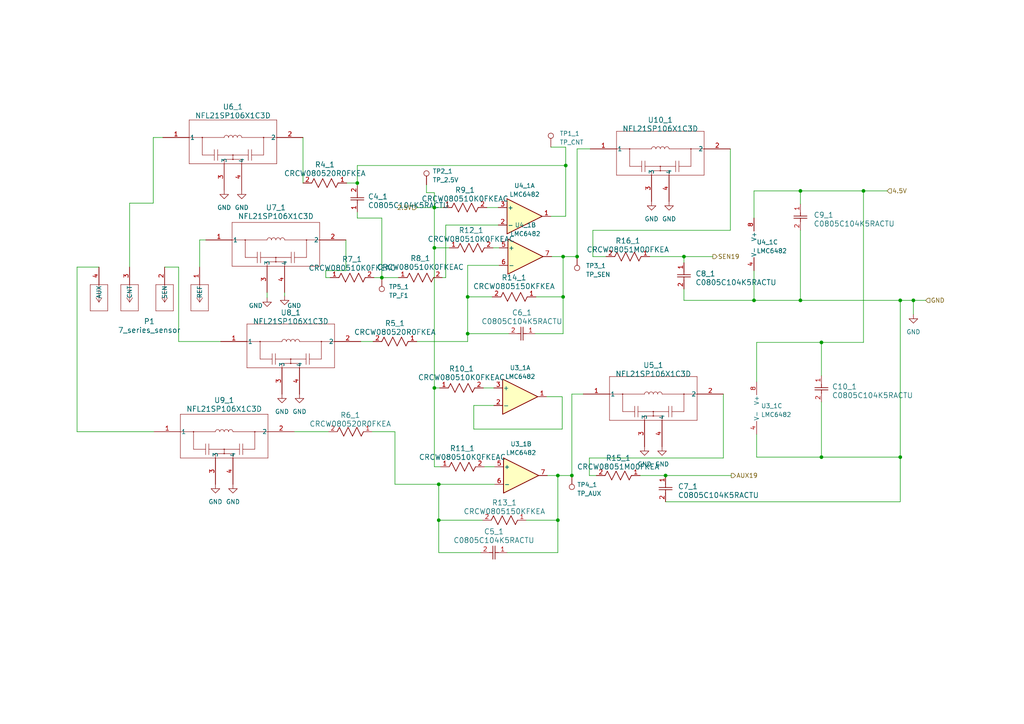
<source format=kicad_sch>
(kicad_sch (version 20230121) (generator eeschema)

  (uuid 1a55527f-eb29-488c-9096-392e1d86090a)

  (paper "A4")

  (lib_symbols
    (symbol "2023-07-19_08-42-50:NFL21SP106X1C3D" (pin_names (offset 0.254)) (in_bom yes) (on_board yes)
      (property "Reference" "U" (at 20.32 10.16 0)
        (effects (font (size 1.524 1.524)))
      )
      (property "Value" "NFL21SP106X1C3D" (at 20.32 7.62 0)
        (effects (font (size 1.524 1.524)))
      )
      (property "Footprint" "GCAP_NFL21SP106X1C3D_MUR" (at 0 0 0)
        (effects (font (size 1.27 1.27) italic) hide)
      )
      (property "Datasheet" "NFL21SP106X1C3D" (at 0 0 0)
        (effects (font (size 1.27 1.27) italic) hide)
      )
      (property "ki_locked" "" (at 0 0 0)
        (effects (font (size 1.27 1.27)))
      )
      (property "ki_keywords" "NFL21SP106X1C3D" (at 0 0 0)
        (effects (font (size 1.27 1.27)) hide)
      )
      (property "ki_fp_filters" "GCAP_NFL21SP106X1C3D_MUR GCAP_NFL21SP106X1C3D_MUR-M GCAP_NFL21SP106X1C3D_MUR-L" (at 0 0 0)
        (effects (font (size 1.27 1.27)) hide)
      )
      (symbol "NFL21SP106X1C3D_0_1"
        (polyline
          (pts
            (xy 7.62 -7.62)
            (xy 33.02 -7.62)
          )
          (stroke (width 0.127) (type default))
          (fill (type none))
        )
        (polyline
          (pts
            (xy 7.62 0)
            (xy 17.78 0)
          )
          (stroke (width 0.127) (type default))
          (fill (type none))
        )
        (polyline
          (pts
            (xy 7.62 5.08)
            (xy 7.62 -7.62)
          )
          (stroke (width 0.127) (type default))
          (fill (type none))
        )
        (polyline
          (pts
            (xy 11.43 -5.08)
            (xy 14.9225 -5.08)
          )
          (stroke (width 0.127) (type default))
          (fill (type none))
        )
        (polyline
          (pts
            (xy 11.43 0)
            (xy 11.43 -5.08)
          )
          (stroke (width 0.127) (type default))
          (fill (type none))
        )
        (polyline
          (pts
            (xy 14.9225 -3.4925)
            (xy 14.9225 -6.6675)
          )
          (stroke (width 0.127) (type default))
          (fill (type none))
        )
        (polyline
          (pts
            (xy 15.875 -6.6675)
            (xy 15.875 -3.4925)
          )
          (stroke (width 0.127) (type default))
          (fill (type none))
        )
        (polyline
          (pts
            (xy 17.78 -6.35)
            (xy 17.78 -7.62)
          )
          (stroke (width 0.127) (type default))
          (fill (type none))
        )
        (polyline
          (pts
            (xy 17.78 -6.35)
            (xy 22.86 -6.35)
          )
          (stroke (width 0.127) (type default))
          (fill (type none))
        )
        (polyline
          (pts
            (xy 20.32 -6.35)
            (xy 20.32 -5.08)
          )
          (stroke (width 0.127) (type default))
          (fill (type none))
        )
        (polyline
          (pts
            (xy 22.86 -6.35)
            (xy 22.86 -7.62)
          )
          (stroke (width 0.127) (type default))
          (fill (type none))
        )
        (polyline
          (pts
            (xy 22.86 0)
            (xy 33.02 0)
          )
          (stroke (width 0.127) (type default))
          (fill (type none))
        )
        (polyline
          (pts
            (xy 24.765 -5.08)
            (xy 15.875 -5.08)
          )
          (stroke (width 0.127) (type default))
          (fill (type none))
        )
        (polyline
          (pts
            (xy 24.765 -3.4925)
            (xy 24.765 -6.6675)
          )
          (stroke (width 0.127) (type default))
          (fill (type none))
        )
        (polyline
          (pts
            (xy 25.7175 -5.08)
            (xy 29.21 -5.08)
          )
          (stroke (width 0.127) (type default))
          (fill (type none))
        )
        (polyline
          (pts
            (xy 25.7175 -3.4925)
            (xy 25.7175 -6.6675)
          )
          (stroke (width 0.127) (type default))
          (fill (type none))
        )
        (polyline
          (pts
            (xy 29.21 0)
            (xy 29.21 -5.08)
          )
          (stroke (width 0.127) (type default))
          (fill (type none))
        )
        (polyline
          (pts
            (xy 33.02 -7.62)
            (xy 33.02 5.08)
          )
          (stroke (width 0.127) (type default))
          (fill (type none))
        )
        (polyline
          (pts
            (xy 33.02 5.08)
            (xy 7.62 5.08)
          )
          (stroke (width 0.127) (type default))
          (fill (type none))
        )
        (circle (center 11.43 0) (radius 0.127)
          (stroke (width 0.127) (type default))
          (fill (type none))
        )
        (arc (start 19.05 0) (mid 18.415 0.6323) (end 17.78 0)
          (stroke (width 0.127) (type default))
          (fill (type none))
        )
        (circle (center 20.32 -6.35) (radius 0.127)
          (stroke (width 0.127) (type default))
          (fill (type none))
        )
        (circle (center 20.32 -5.08) (radius 0.127)
          (stroke (width 0.127) (type default))
          (fill (type none))
        )
        (arc (start 20.32 0) (mid 19.685 0.6323) (end 19.05 0)
          (stroke (width 0.127) (type default))
          (fill (type none))
        )
        (arc (start 21.59 0) (mid 20.955 0.6323) (end 20.32 0)
          (stroke (width 0.127) (type default))
          (fill (type none))
        )
        (arc (start 22.86 0) (mid 22.225 0.6323) (end 21.59 0)
          (stroke (width 0.127) (type default))
          (fill (type none))
        )
        (circle (center 29.21 0) (radius 0.127)
          (stroke (width 0.127) (type default))
          (fill (type none))
        )
        (pin unspecified line (at 0 0 0) (length 7.62)
          (name "1" (effects (font (size 1.27 1.27))))
          (number "1" (effects (font (size 1.27 1.27))))
        )
        (pin unspecified line (at 40.64 0 180) (length 7.62)
          (name "2" (effects (font (size 1.27 1.27))))
          (number "2" (effects (font (size 1.27 1.27))))
        )
        (pin unspecified line (at 17.78 -15.24 90) (length 7.62)
          (name "3" (effects (font (size 1.27 1.27))))
          (number "3" (effects (font (size 1.27 1.27))))
        )
        (pin unspecified line (at 22.86 -15.24 90) (length 7.62)
          (name "4" (effects (font (size 1.27 1.27))))
          (number "4" (effects (font (size 1.27 1.27))))
        )
      )
    )
    (symbol "7_series_sensor:7_series_sensor" (pin_names (offset 0.254)) (in_bom yes) (on_board yes)
      (property "Reference" "J" (at 8.89 6.35 0)
        (effects (font (size 1.524 1.524)))
      )
      (property "Value" "7_series_sensor" (at -2.54 6.35 0)
        (effects (font (size 1.524 1.524)))
      )
      (property "Footprint" "CONN_0331-0-15-15-18-14-10-0_MIM" (at 1.27 -5.08 0)
        (effects (font (size 1.27 1.27) italic) hide)
      )
      (property "Datasheet" "0331-0-15-15-18-14-10-0" (at 1.27 -2.54 0)
        (effects (font (size 1.27 1.27) italic) hide)
      )
      (property "ki_locked" "" (at 0 0 0)
        (effects (font (size 1.27 1.27)))
      )
      (property "ki_keywords" "0331-0-15-15-18-14-10-0" (at 0 0 0)
        (effects (font (size 1.27 1.27)) hide)
      )
      (property "ki_fp_filters" "CONN_0331-0-15-15-18-14-10-0_MIM" (at 0 0 0)
        (effects (font (size 1.27 1.27)) hide)
      )
      (symbol "7_series_sensor_1_1"
        (polyline
          (pts
            (xy -36.83 7.62)
            (xy -31.75 7.62)
          )
          (stroke (width 0.127) (type default))
          (fill (type none))
        )
        (polyline
          (pts
            (xy -36.83 15.24)
            (xy -36.83 7.62)
          )
          (stroke (width 0.127) (type default))
          (fill (type none))
        )
        (polyline
          (pts
            (xy -34.29 10.16)
            (xy -35.1367 11.43)
          )
          (stroke (width 0.127) (type default))
          (fill (type none))
        )
        (polyline
          (pts
            (xy -34.29 10.16)
            (xy -34.29 15.24)
          )
          (stroke (width 0.127) (type default))
          (fill (type none))
        )
        (polyline
          (pts
            (xy -34.29 10.16)
            (xy -33.4433 11.43)
          )
          (stroke (width 0.127) (type default))
          (fill (type none))
        )
        (polyline
          (pts
            (xy -31.75 7.62)
            (xy -31.75 15.24)
          )
          (stroke (width 0.127) (type default))
          (fill (type none))
        )
        (polyline
          (pts
            (xy -31.75 15.24)
            (xy -36.83 15.24)
          )
          (stroke (width 0.127) (type default))
          (fill (type none))
        )
        (polyline
          (pts
            (xy -27.94 7.62)
            (xy -22.86 7.62)
          )
          (stroke (width 0.127) (type default))
          (fill (type none))
        )
        (polyline
          (pts
            (xy -27.94 15.24)
            (xy -27.94 7.62)
          )
          (stroke (width 0.127) (type default))
          (fill (type none))
        )
        (polyline
          (pts
            (xy -25.4 10.16)
            (xy -26.2467 11.43)
          )
          (stroke (width 0.127) (type default))
          (fill (type none))
        )
        (polyline
          (pts
            (xy -25.4 10.16)
            (xy -25.4 15.24)
          )
          (stroke (width 0.127) (type default))
          (fill (type none))
        )
        (polyline
          (pts
            (xy -25.4 10.16)
            (xy -24.5533 11.43)
          )
          (stroke (width 0.127) (type default))
          (fill (type none))
        )
        (polyline
          (pts
            (xy -22.86 7.62)
            (xy -22.86 15.24)
          )
          (stroke (width 0.127) (type default))
          (fill (type none))
        )
        (polyline
          (pts
            (xy -22.86 15.24)
            (xy -27.94 15.24)
          )
          (stroke (width 0.127) (type default))
          (fill (type none))
        )
        (polyline
          (pts
            (xy -17.78 7.62)
            (xy -12.7 7.62)
          )
          (stroke (width 0.127) (type default))
          (fill (type none))
        )
        (polyline
          (pts
            (xy -17.78 15.24)
            (xy -17.78 7.62)
          )
          (stroke (width 0.127) (type default))
          (fill (type none))
        )
        (polyline
          (pts
            (xy -15.24 10.16)
            (xy -16.0867 11.43)
          )
          (stroke (width 0.127) (type default))
          (fill (type none))
        )
        (polyline
          (pts
            (xy -15.24 10.16)
            (xy -15.24 15.24)
          )
          (stroke (width 0.127) (type default))
          (fill (type none))
        )
        (polyline
          (pts
            (xy -15.24 10.16)
            (xy -14.3933 11.43)
          )
          (stroke (width 0.127) (type default))
          (fill (type none))
        )
        (polyline
          (pts
            (xy -12.7 7.62)
            (xy -12.7 15.24)
          )
          (stroke (width 0.127) (type default))
          (fill (type none))
        )
        (polyline
          (pts
            (xy -12.7 15.24)
            (xy -17.78 15.24)
          )
          (stroke (width 0.127) (type default))
          (fill (type none))
        )
        (polyline
          (pts
            (xy -7.62 7.62)
            (xy -2.54 7.62)
          )
          (stroke (width 0.127) (type default))
          (fill (type none))
        )
        (polyline
          (pts
            (xy -7.62 15.24)
            (xy -7.62 7.62)
          )
          (stroke (width 0.127) (type default))
          (fill (type none))
        )
        (polyline
          (pts
            (xy -5.08 10.16)
            (xy -5.9267 11.43)
          )
          (stroke (width 0.127) (type default))
          (fill (type none))
        )
        (polyline
          (pts
            (xy -5.08 10.16)
            (xy -5.08 15.24)
          )
          (stroke (width 0.127) (type default))
          (fill (type none))
        )
        (polyline
          (pts
            (xy -5.08 10.16)
            (xy -4.2333 11.43)
          )
          (stroke (width 0.127) (type default))
          (fill (type none))
        )
        (polyline
          (pts
            (xy -2.54 7.62)
            (xy -2.54 15.24)
          )
          (stroke (width 0.127) (type default))
          (fill (type none))
        )
        (polyline
          (pts
            (xy -2.54 15.24)
            (xy -7.62 15.24)
          )
          (stroke (width 0.127) (type default))
          (fill (type none))
        )
        (pin bidirectional line (at -5.08 20.32 270) (length 5.08)
          (name "REF" (effects (font (size 1.27 1.27))))
          (number "1" (effects (font (size 1.27 1.27))))
        )
        (pin bidirectional line (at -15.24 20.32 270) (length 5.08)
          (name "SEN" (effects (font (size 1.27 1.27))))
          (number "2" (effects (font (size 1.27 1.27))))
        )
        (pin bidirectional line (at -25.4 20.32 270) (length 5.08)
          (name "CNT" (effects (font (size 1.27 1.27))))
          (number "3" (effects (font (size 1.27 1.27))))
        )
        (pin bidirectional line (at -34.29 20.32 270) (length 5.08)
          (name "AUX" (effects (font (size 1.27 1.27))))
          (number "4" (effects (font (size 1.27 1.27))))
        )
      )
      (symbol "7_series_sensor_1_2"
        (polyline
          (pts
            (xy 5.08 -2.54)
            (xy 12.7 -2.54)
          )
          (stroke (width 0.127) (type default))
          (fill (type none))
        )
        (polyline
          (pts
            (xy 5.08 2.54)
            (xy 5.08 -2.54)
          )
          (stroke (width 0.127) (type default))
          (fill (type none))
        )
        (polyline
          (pts
            (xy 7.62 0)
            (xy 5.08 0)
          )
          (stroke (width 0.127) (type default))
          (fill (type none))
        )
        (polyline
          (pts
            (xy 7.62 0)
            (xy 8.89 -0.8467)
          )
          (stroke (width 0.127) (type default))
          (fill (type none))
        )
        (polyline
          (pts
            (xy 7.62 0)
            (xy 8.89 0.8467)
          )
          (stroke (width 0.127) (type default))
          (fill (type none))
        )
        (polyline
          (pts
            (xy 12.7 -2.54)
            (xy 12.7 2.54)
          )
          (stroke (width 0.127) (type default))
          (fill (type none))
        )
        (polyline
          (pts
            (xy 12.7 2.54)
            (xy 5.08 2.54)
          )
          (stroke (width 0.127) (type default))
          (fill (type none))
        )
        (pin unspecified line (at 0 0 0) (length 5.08)
          (name "1" (effects (font (size 1.27 1.27))))
          (number "1" (effects (font (size 1.27 1.27))))
        )
      )
    )
    (symbol "Amplifier_Operational:LMC6482" (pin_names (offset 0.127)) (in_bom yes) (on_board yes)
      (property "Reference" "U" (at 0 5.08 0)
        (effects (font (size 1.27 1.27)) (justify left))
      )
      (property "Value" "LMC6482" (at 0 -5.08 0)
        (effects (font (size 1.27 1.27)) (justify left))
      )
      (property "Footprint" "" (at 0 0 0)
        (effects (font (size 1.27 1.27)) hide)
      )
      (property "Datasheet" "http://www.ti.com/lit/ds/symlink/lmc6482.pdf" (at 0 0 0)
        (effects (font (size 1.27 1.27)) hide)
      )
      (property "ki_locked" "" (at 0 0 0)
        (effects (font (size 1.27 1.27)))
      )
      (property "ki_keywords" "dual opamp" (at 0 0 0)
        (effects (font (size 1.27 1.27)) hide)
      )
      (property "ki_description" "Dual CMOS Rail-to-Rail Input and Output Operational Amplifier, DIP-8/SOIC-8, SSOP-8" (at 0 0 0)
        (effects (font (size 1.27 1.27)) hide)
      )
      (property "ki_fp_filters" "SOIC*3.9x4.9mm*P1.27mm* DIP*W7.62mm* TO*99* OnSemi*Micro8* TSSOP*3x3mm*P0.65mm* TSSOP*4.4x3mm*P0.65mm* MSOP*3x3mm*P0.65mm* SSOP*3.9x4.9mm*P0.635mm* LFCSP*2x2mm*P0.5mm* *SIP* SOIC*5.3x6.2mm*P1.27mm*" (at 0 0 0)
        (effects (font (size 1.27 1.27)) hide)
      )
      (symbol "LMC6482_1_1"
        (polyline
          (pts
            (xy -5.08 5.08)
            (xy 5.08 0)
            (xy -5.08 -5.08)
            (xy -5.08 5.08)
          )
          (stroke (width 0.254) (type default))
          (fill (type background))
        )
        (pin output line (at 7.62 0 180) (length 2.54)
          (name "~" (effects (font (size 1.27 1.27))))
          (number "1" (effects (font (size 1.27 1.27))))
        )
        (pin input line (at -7.62 -2.54 0) (length 2.54)
          (name "-" (effects (font (size 1.27 1.27))))
          (number "2" (effects (font (size 1.27 1.27))))
        )
        (pin input line (at -7.62 2.54 0) (length 2.54)
          (name "+" (effects (font (size 1.27 1.27))))
          (number "3" (effects (font (size 1.27 1.27))))
        )
      )
      (symbol "LMC6482_2_1"
        (polyline
          (pts
            (xy -5.08 5.08)
            (xy 5.08 0)
            (xy -5.08 -5.08)
            (xy -5.08 5.08)
          )
          (stroke (width 0.254) (type default))
          (fill (type background))
        )
        (pin input line (at -7.62 2.54 0) (length 2.54)
          (name "+" (effects (font (size 1.27 1.27))))
          (number "5" (effects (font (size 1.27 1.27))))
        )
        (pin input line (at -7.62 -2.54 0) (length 2.54)
          (name "-" (effects (font (size 1.27 1.27))))
          (number "6" (effects (font (size 1.27 1.27))))
        )
        (pin output line (at 7.62 0 180) (length 2.54)
          (name "~" (effects (font (size 1.27 1.27))))
          (number "7" (effects (font (size 1.27 1.27))))
        )
      )
      (symbol "LMC6482_3_1"
        (pin power_in line (at -2.54 -7.62 90) (length 3.81)
          (name "V-" (effects (font (size 1.27 1.27))))
          (number "4" (effects (font (size 1.27 1.27))))
        )
        (pin power_in line (at -2.54 7.62 270) (length 3.81)
          (name "V+" (effects (font (size 1.27 1.27))))
          (number "8" (effects (font (size 1.27 1.27))))
        )
      )
    )
    (symbol "Connector:TestPoint" (pin_numbers hide) (pin_names (offset 0.762) hide) (in_bom yes) (on_board yes)
      (property "Reference" "TP" (at 0 6.858 0)
        (effects (font (size 1.27 1.27)))
      )
      (property "Value" "TestPoint" (at 0 5.08 0)
        (effects (font (size 1.27 1.27)))
      )
      (property "Footprint" "" (at 5.08 0 0)
        (effects (font (size 1.27 1.27)) hide)
      )
      (property "Datasheet" "~" (at 5.08 0 0)
        (effects (font (size 1.27 1.27)) hide)
      )
      (property "ki_keywords" "test point tp" (at 0 0 0)
        (effects (font (size 1.27 1.27)) hide)
      )
      (property "ki_description" "test point" (at 0 0 0)
        (effects (font (size 1.27 1.27)) hide)
      )
      (property "ki_fp_filters" "Pin* Test*" (at 0 0 0)
        (effects (font (size 1.27 1.27)) hide)
      )
      (symbol "TestPoint_0_1"
        (circle (center 0 3.302) (radius 0.762)
          (stroke (width 0) (type default))
          (fill (type none))
        )
      )
      (symbol "TestPoint_1_1"
        (pin passive line (at 0 0 90) (length 2.54)
          (name "1" (effects (font (size 1.27 1.27))))
          (number "1" (effects (font (size 1.27 1.27))))
        )
      )
    )
    (symbol "Vishay_10k:CRCW080510K0FKEAC" (pin_names (offset 0.254)) (in_bom yes) (on_board yes)
      (property "Reference" "R" (at 5.715 3.81 0)
        (effects (font (size 1.524 1.524)))
      )
      (property "Value" "CRCW080510K0FKEAC" (at 6.35 -3.81 0)
        (effects (font (size 1.524 1.524)))
      )
      (property "Footprint" "RES_CRCW_0805_VIS" (at 0 0 0)
        (effects (font (size 1.27 1.27) italic) hide)
      )
      (property "Datasheet" "CRCW080510K0FKEAC" (at 0 0 0)
        (effects (font (size 1.27 1.27) italic) hide)
      )
      (property "ki_locked" "" (at 0 0 0)
        (effects (font (size 1.27 1.27)))
      )
      (property "ki_keywords" "CRCW080510K0FKEAC" (at 0 0 0)
        (effects (font (size 1.27 1.27)) hide)
      )
      (property "ki_fp_filters" "RES_CRCW_0805_VIS RES_CRCW_0805_VIS-M RES_CRCW_0805_VIS-L" (at 0 0 0)
        (effects (font (size 1.27 1.27)) hide)
      )
      (symbol "CRCW080510K0FKEAC_1_1"
        (polyline
          (pts
            (xy 2.54 0)
            (xy 3.175 1.27)
          )
          (stroke (width 0.2032) (type default))
          (fill (type none))
        )
        (polyline
          (pts
            (xy 3.175 1.27)
            (xy 4.445 -1.27)
          )
          (stroke (width 0.2032) (type default))
          (fill (type none))
        )
        (polyline
          (pts
            (xy 4.445 -1.27)
            (xy 5.715 1.27)
          )
          (stroke (width 0.2032) (type default))
          (fill (type none))
        )
        (polyline
          (pts
            (xy 5.715 1.27)
            (xy 6.985 -1.27)
          )
          (stroke (width 0.2032) (type default))
          (fill (type none))
        )
        (polyline
          (pts
            (xy 6.985 -1.27)
            (xy 8.255 1.27)
          )
          (stroke (width 0.2032) (type default))
          (fill (type none))
        )
        (polyline
          (pts
            (xy 8.255 1.27)
            (xy 9.525 -1.27)
          )
          (stroke (width 0.2032) (type default))
          (fill (type none))
        )
        (polyline
          (pts
            (xy 9.525 -1.27)
            (xy 10.16 0)
          )
          (stroke (width 0.2032) (type default))
          (fill (type none))
        )
        (pin unspecified line (at 0 0 0) (length 2.54)
          (name "" (effects (font (size 1.27 1.27))))
          (number "1" (effects (font (size 1.27 1.27))))
        )
        (pin unspecified line (at 12.7 0 180) (length 2.54)
          (name "" (effects (font (size 1.27 1.27))))
          (number "2" (effects (font (size 1.27 1.27))))
        )
      )
      (symbol "CRCW080510K0FKEAC_1_2"
        (polyline
          (pts
            (xy -1.27 3.175)
            (xy 1.27 4.445)
          )
          (stroke (width 0.2032) (type default))
          (fill (type none))
        )
        (polyline
          (pts
            (xy -1.27 5.715)
            (xy 1.27 6.985)
          )
          (stroke (width 0.2032) (type default))
          (fill (type none))
        )
        (polyline
          (pts
            (xy -1.27 8.255)
            (xy 1.27 9.525)
          )
          (stroke (width 0.2032) (type default))
          (fill (type none))
        )
        (polyline
          (pts
            (xy 0 2.54)
            (xy -1.27 3.175)
          )
          (stroke (width 0.2032) (type default))
          (fill (type none))
        )
        (polyline
          (pts
            (xy 1.27 4.445)
            (xy -1.27 5.715)
          )
          (stroke (width 0.2032) (type default))
          (fill (type none))
        )
        (polyline
          (pts
            (xy 1.27 6.985)
            (xy -1.27 8.255)
          )
          (stroke (width 0.2032) (type default))
          (fill (type none))
        )
        (polyline
          (pts
            (xy 1.27 9.525)
            (xy 0 10.16)
          )
          (stroke (width 0.2032) (type default))
          (fill (type none))
        )
        (pin unspecified line (at 0 12.7 270) (length 2.54)
          (name "" (effects (font (size 1.27 1.27))))
          (number "1" (effects (font (size 1.27 1.27))))
        )
        (pin unspecified line (at 0 0 90) (length 2.54)
          (name "" (effects (font (size 1.27 1.27))))
          (number "2" (effects (font (size 1.27 1.27))))
        )
      )
    )
    (symbol "Vishay_150k:CRCW0805150KFKEA" (pin_names (offset 0.254)) (in_bom yes) (on_board yes)
      (property "Reference" "R" (at 5.715 3.81 0)
        (effects (font (size 1.524 1.524)))
      )
      (property "Value" "CRCW0805150KFKEA" (at 6.35 -3.81 0)
        (effects (font (size 1.524 1.524)))
      )
      (property "Footprint" "RC0805N_VIS" (at 0 0 0)
        (effects (font (size 1.27 1.27) italic) hide)
      )
      (property "Datasheet" "CRCW0805150KFKEA" (at 0 0 0)
        (effects (font (size 1.27 1.27) italic) hide)
      )
      (property "ki_locked" "" (at 0 0 0)
        (effects (font (size 1.27 1.27)))
      )
      (property "ki_keywords" "CRCW0805150KFKEA" (at 0 0 0)
        (effects (font (size 1.27 1.27)) hide)
      )
      (property "ki_fp_filters" "RC0805N_VIS RC0805N_VIS-M RC0805N_VIS-L" (at 0 0 0)
        (effects (font (size 1.27 1.27)) hide)
      )
      (symbol "CRCW0805150KFKEA_1_1"
        (polyline
          (pts
            (xy 2.54 0)
            (xy 3.175 1.27)
          )
          (stroke (width 0.2032) (type default))
          (fill (type none))
        )
        (polyline
          (pts
            (xy 3.175 1.27)
            (xy 4.445 -1.27)
          )
          (stroke (width 0.2032) (type default))
          (fill (type none))
        )
        (polyline
          (pts
            (xy 4.445 -1.27)
            (xy 5.715 1.27)
          )
          (stroke (width 0.2032) (type default))
          (fill (type none))
        )
        (polyline
          (pts
            (xy 5.715 1.27)
            (xy 6.985 -1.27)
          )
          (stroke (width 0.2032) (type default))
          (fill (type none))
        )
        (polyline
          (pts
            (xy 6.985 -1.27)
            (xy 8.255 1.27)
          )
          (stroke (width 0.2032) (type default))
          (fill (type none))
        )
        (polyline
          (pts
            (xy 8.255 1.27)
            (xy 9.525 -1.27)
          )
          (stroke (width 0.2032) (type default))
          (fill (type none))
        )
        (polyline
          (pts
            (xy 9.525 -1.27)
            (xy 10.16 0)
          )
          (stroke (width 0.2032) (type default))
          (fill (type none))
        )
        (pin unspecified line (at 12.7 0 180) (length 2.54)
          (name "" (effects (font (size 1.27 1.27))))
          (number "1" (effects (font (size 1.27 1.27))))
        )
        (pin unspecified line (at 0 0 0) (length 2.54)
          (name "" (effects (font (size 1.27 1.27))))
          (number "2" (effects (font (size 1.27 1.27))))
        )
      )
      (symbol "CRCW0805150KFKEA_1_2"
        (polyline
          (pts
            (xy -1.27 3.175)
            (xy 1.27 4.445)
          )
          (stroke (width 0.2032) (type default))
          (fill (type none))
        )
        (polyline
          (pts
            (xy -1.27 5.715)
            (xy 1.27 6.985)
          )
          (stroke (width 0.2032) (type default))
          (fill (type none))
        )
        (polyline
          (pts
            (xy -1.27 8.255)
            (xy 1.27 9.525)
          )
          (stroke (width 0.2032) (type default))
          (fill (type none))
        )
        (polyline
          (pts
            (xy 0 2.54)
            (xy -1.27 3.175)
          )
          (stroke (width 0.2032) (type default))
          (fill (type none))
        )
        (polyline
          (pts
            (xy 1.27 4.445)
            (xy -1.27 5.715)
          )
          (stroke (width 0.2032) (type default))
          (fill (type none))
        )
        (polyline
          (pts
            (xy 1.27 6.985)
            (xy -1.27 8.255)
          )
          (stroke (width 0.2032) (type default))
          (fill (type none))
        )
        (polyline
          (pts
            (xy 1.27 9.525)
            (xy 0 10.16)
          )
          (stroke (width 0.2032) (type default))
          (fill (type none))
        )
        (pin unspecified line (at 0 12.7 270) (length 2.54)
          (name "" (effects (font (size 1.27 1.27))))
          (number "1" (effects (font (size 1.27 1.27))))
        )
        (pin unspecified line (at 0 0 90) (length 2.54)
          (name "" (effects (font (size 1.27 1.27))))
          (number "2" (effects (font (size 1.27 1.27))))
        )
      )
    )
    (symbol "Vishay_1M:CRCW08051M00FKEA" (pin_names (offset 0.254)) (in_bom yes) (on_board yes)
      (property "Reference" "R" (at 5.715 3.81 0)
        (effects (font (size 1.524 1.524)))
      )
      (property "Value" "CRCW08051M00FKEA" (at 6.35 -3.81 0)
        (effects (font (size 1.524 1.524)))
      )
      (property "Footprint" "RES_CRCW_0805" (at 0 0 0)
        (effects (font (size 1.27 1.27) italic) hide)
      )
      (property "Datasheet" "CRCW08051M00FKEA" (at 0 0 0)
        (effects (font (size 1.27 1.27) italic) hide)
      )
      (property "ki_locked" "" (at 0 0 0)
        (effects (font (size 1.27 1.27)))
      )
      (property "ki_keywords" "CRCW08051M00FKEA" (at 0 0 0)
        (effects (font (size 1.27 1.27)) hide)
      )
      (property "ki_fp_filters" "RES_CRCW_0805 RES_CRCW_0805-M RES_CRCW_0805-L" (at 0 0 0)
        (effects (font (size 1.27 1.27)) hide)
      )
      (symbol "CRCW08051M00FKEA_1_1"
        (polyline
          (pts
            (xy 2.54 0)
            (xy 3.175 1.27)
          )
          (stroke (width 0.2032) (type default))
          (fill (type none))
        )
        (polyline
          (pts
            (xy 3.175 1.27)
            (xy 4.445 -1.27)
          )
          (stroke (width 0.2032) (type default))
          (fill (type none))
        )
        (polyline
          (pts
            (xy 4.445 -1.27)
            (xy 5.715 1.27)
          )
          (stroke (width 0.2032) (type default))
          (fill (type none))
        )
        (polyline
          (pts
            (xy 5.715 1.27)
            (xy 6.985 -1.27)
          )
          (stroke (width 0.2032) (type default))
          (fill (type none))
        )
        (polyline
          (pts
            (xy 6.985 -1.27)
            (xy 8.255 1.27)
          )
          (stroke (width 0.2032) (type default))
          (fill (type none))
        )
        (polyline
          (pts
            (xy 8.255 1.27)
            (xy 9.525 -1.27)
          )
          (stroke (width 0.2032) (type default))
          (fill (type none))
        )
        (polyline
          (pts
            (xy 9.525 -1.27)
            (xy 10.16 0)
          )
          (stroke (width 0.2032) (type default))
          (fill (type none))
        )
        (pin unspecified line (at 12.7 0 180) (length 2.54)
          (name "" (effects (font (size 1.27 1.27))))
          (number "1" (effects (font (size 1.27 1.27))))
        )
        (pin unspecified line (at 0 0 0) (length 2.54)
          (name "" (effects (font (size 1.27 1.27))))
          (number "2" (effects (font (size 1.27 1.27))))
        )
      )
      (symbol "CRCW08051M00FKEA_1_2"
        (polyline
          (pts
            (xy -1.27 3.175)
            (xy 1.27 4.445)
          )
          (stroke (width 0.2032) (type default))
          (fill (type none))
        )
        (polyline
          (pts
            (xy -1.27 5.715)
            (xy 1.27 6.985)
          )
          (stroke (width 0.2032) (type default))
          (fill (type none))
        )
        (polyline
          (pts
            (xy -1.27 8.255)
            (xy 1.27 9.525)
          )
          (stroke (width 0.2032) (type default))
          (fill (type none))
        )
        (polyline
          (pts
            (xy 0 2.54)
            (xy -1.27 3.175)
          )
          (stroke (width 0.2032) (type default))
          (fill (type none))
        )
        (polyline
          (pts
            (xy 1.27 4.445)
            (xy -1.27 5.715)
          )
          (stroke (width 0.2032) (type default))
          (fill (type none))
        )
        (polyline
          (pts
            (xy 1.27 6.985)
            (xy -1.27 8.255)
          )
          (stroke (width 0.2032) (type default))
          (fill (type none))
        )
        (polyline
          (pts
            (xy 1.27 9.525)
            (xy 0 10.16)
          )
          (stroke (width 0.2032) (type default))
          (fill (type none))
        )
        (pin unspecified line (at 0 12.7 270) (length 2.54)
          (name "" (effects (font (size 1.27 1.27))))
          (number "1" (effects (font (size 1.27 1.27))))
        )
        (pin unspecified line (at 0 0 90) (length 2.54)
          (name "" (effects (font (size 1.27 1.27))))
          (number "2" (effects (font (size 1.27 1.27))))
        )
      )
    )
    (symbol "Vishay_20R:CRCW080520R0FKEA" (pin_names (offset 0.254)) (in_bom yes) (on_board yes)
      (property "Reference" "R" (at 5.715 3.81 0)
        (effects (font (size 1.524 1.524)))
      )
      (property "Value" "CRCW080520R0FKEA" (at 6.35 -3.81 0)
        (effects (font (size 1.524 1.524)))
      )
      (property "Footprint" "RC0805N_VIS" (at 0 0 0)
        (effects (font (size 1.27 1.27) italic) hide)
      )
      (property "Datasheet" "CRCW080520R0FKEA" (at 0 0 0)
        (effects (font (size 1.27 1.27) italic) hide)
      )
      (property "ki_locked" "" (at 0 0 0)
        (effects (font (size 1.27 1.27)))
      )
      (property "ki_keywords" "CRCW080520R0FKEA" (at 0 0 0)
        (effects (font (size 1.27 1.27)) hide)
      )
      (property "ki_fp_filters" "RC0805N_VIS RC0805N_VIS-M RC0805N_VIS-L" (at 0 0 0)
        (effects (font (size 1.27 1.27)) hide)
      )
      (symbol "CRCW080520R0FKEA_1_1"
        (polyline
          (pts
            (xy 2.54 0)
            (xy 3.175 1.27)
          )
          (stroke (width 0.2032) (type default))
          (fill (type none))
        )
        (polyline
          (pts
            (xy 3.175 1.27)
            (xy 4.445 -1.27)
          )
          (stroke (width 0.2032) (type default))
          (fill (type none))
        )
        (polyline
          (pts
            (xy 4.445 -1.27)
            (xy 5.715 1.27)
          )
          (stroke (width 0.2032) (type default))
          (fill (type none))
        )
        (polyline
          (pts
            (xy 5.715 1.27)
            (xy 6.985 -1.27)
          )
          (stroke (width 0.2032) (type default))
          (fill (type none))
        )
        (polyline
          (pts
            (xy 6.985 -1.27)
            (xy 8.255 1.27)
          )
          (stroke (width 0.2032) (type default))
          (fill (type none))
        )
        (polyline
          (pts
            (xy 8.255 1.27)
            (xy 9.525 -1.27)
          )
          (stroke (width 0.2032) (type default))
          (fill (type none))
        )
        (polyline
          (pts
            (xy 9.525 -1.27)
            (xy 10.16 0)
          )
          (stroke (width 0.2032) (type default))
          (fill (type none))
        )
        (pin unspecified line (at 12.7 0 180) (length 2.54)
          (name "" (effects (font (size 1.27 1.27))))
          (number "1" (effects (font (size 1.27 1.27))))
        )
        (pin unspecified line (at 0 0 0) (length 2.54)
          (name "" (effects (font (size 1.27 1.27))))
          (number "2" (effects (font (size 1.27 1.27))))
        )
      )
      (symbol "CRCW080520R0FKEA_1_2"
        (polyline
          (pts
            (xy -1.27 3.175)
            (xy 1.27 4.445)
          )
          (stroke (width 0.2032) (type default))
          (fill (type none))
        )
        (polyline
          (pts
            (xy -1.27 5.715)
            (xy 1.27 6.985)
          )
          (stroke (width 0.2032) (type default))
          (fill (type none))
        )
        (polyline
          (pts
            (xy -1.27 8.255)
            (xy 1.27 9.525)
          )
          (stroke (width 0.2032) (type default))
          (fill (type none))
        )
        (polyline
          (pts
            (xy 0 2.54)
            (xy -1.27 3.175)
          )
          (stroke (width 0.2032) (type default))
          (fill (type none))
        )
        (polyline
          (pts
            (xy 1.27 4.445)
            (xy -1.27 5.715)
          )
          (stroke (width 0.2032) (type default))
          (fill (type none))
        )
        (polyline
          (pts
            (xy 1.27 6.985)
            (xy -1.27 8.255)
          )
          (stroke (width 0.2032) (type default))
          (fill (type none))
        )
        (polyline
          (pts
            (xy 1.27 9.525)
            (xy 0 10.16)
          )
          (stroke (width 0.2032) (type default))
          (fill (type none))
        )
        (pin unspecified line (at 0 12.7 270) (length 2.54)
          (name "" (effects (font (size 1.27 1.27))))
          (number "1" (effects (font (size 1.27 1.27))))
        )
        (pin unspecified line (at 0 0 90) (length 2.54)
          (name "" (effects (font (size 1.27 1.27))))
          (number "2" (effects (font (size 1.27 1.27))))
        )
      )
    )
    (symbol "kemet_0.1uf:C0805C104K5RACTU" (pin_names (offset 0.254)) (in_bom yes) (on_board yes)
      (property "Reference" "C" (at 3.81 3.81 0)
        (effects (font (size 1.524 1.524)))
      )
      (property "Value" "C0805C104K5RACTU" (at 3.81 -3.81 0)
        (effects (font (size 1.524 1.524)))
      )
      (property "Footprint" "CAPC220145_88N_KEM" (at 0 0 0)
        (effects (font (size 1.27 1.27) italic) hide)
      )
      (property "Datasheet" "C0805C104K5RACTU" (at 0 0 0)
        (effects (font (size 1.27 1.27) italic) hide)
      )
      (property "ki_locked" "" (at 0 0 0)
        (effects (font (size 1.27 1.27)))
      )
      (property "ki_keywords" "C0805C104K5RACTU" (at 0 0 0)
        (effects (font (size 1.27 1.27)) hide)
      )
      (property "ki_fp_filters" "CAPC220145_88N_KEM CAPC220145_88N_KEM-M CAPC220145_88N_KEM-L" (at 0 0 0)
        (effects (font (size 1.27 1.27)) hide)
      )
      (symbol "C0805C104K5RACTU_1_1"
        (polyline
          (pts
            (xy 2.54 0)
            (xy 3.4798 0)
          )
          (stroke (width 0.2032) (type default))
          (fill (type none))
        )
        (polyline
          (pts
            (xy 3.4798 -1.905)
            (xy 3.4798 1.905)
          )
          (stroke (width 0.2032) (type default))
          (fill (type none))
        )
        (polyline
          (pts
            (xy 4.1148 -1.905)
            (xy 4.1148 1.905)
          )
          (stroke (width 0.2032) (type default))
          (fill (type none))
        )
        (polyline
          (pts
            (xy 4.1148 0)
            (xy 5.08 0)
          )
          (stroke (width 0.2032) (type default))
          (fill (type none))
        )
        (pin unspecified line (at 0 0 0) (length 2.54)
          (name "" (effects (font (size 1.27 1.27))))
          (number "1" (effects (font (size 1.27 1.27))))
        )
        (pin unspecified line (at 7.62 0 180) (length 2.54)
          (name "" (effects (font (size 1.27 1.27))))
          (number "2" (effects (font (size 1.27 1.27))))
        )
      )
      (symbol "C0805C104K5RACTU_1_2"
        (polyline
          (pts
            (xy -1.905 -4.1148)
            (xy 1.905 -4.1148)
          )
          (stroke (width 0.2032) (type default))
          (fill (type none))
        )
        (polyline
          (pts
            (xy -1.905 -3.4798)
            (xy 1.905 -3.4798)
          )
          (stroke (width 0.2032) (type default))
          (fill (type none))
        )
        (polyline
          (pts
            (xy 0 -4.1148)
            (xy 0 -5.08)
          )
          (stroke (width 0.2032) (type default))
          (fill (type none))
        )
        (polyline
          (pts
            (xy 0 -2.54)
            (xy 0 -3.4798)
          )
          (stroke (width 0.2032) (type default))
          (fill (type none))
        )
        (pin unspecified line (at 0 0 270) (length 2.54)
          (name "" (effects (font (size 1.27 1.27))))
          (number "1" (effects (font (size 1.27 1.27))))
        )
        (pin unspecified line (at 0 -7.62 90) (length 2.54)
          (name "" (effects (font (size 1.27 1.27))))
          (number "2" (effects (font (size 1.27 1.27))))
        )
      )
    )
    (symbol "power:GND" (power) (pin_names (offset 0)) (in_bom yes) (on_board yes)
      (property "Reference" "#PWR" (at 0 -6.35 0)
        (effects (font (size 1.27 1.27)) hide)
      )
      (property "Value" "GND" (at 0 -3.81 0)
        (effects (font (size 1.27 1.27)))
      )
      (property "Footprint" "" (at 0 0 0)
        (effects (font (size 1.27 1.27)) hide)
      )
      (property "Datasheet" "" (at 0 0 0)
        (effects (font (size 1.27 1.27)) hide)
      )
      (property "ki_keywords" "global power" (at 0 0 0)
        (effects (font (size 1.27 1.27)) hide)
      )
      (property "ki_description" "Power symbol creates a global label with name \"GND\" , ground" (at 0 0 0)
        (effects (font (size 1.27 1.27)) hide)
      )
      (symbol "GND_0_1"
        (polyline
          (pts
            (xy 0 0)
            (xy 0 -1.27)
            (xy 1.27 -1.27)
            (xy 0 -2.54)
            (xy -1.27 -1.27)
            (xy 0 -1.27)
          )
          (stroke (width 0) (type default))
          (fill (type none))
        )
      )
      (symbol "GND_1_1"
        (pin power_in line (at 0 0 270) (length 0) hide
          (name "GND" (effects (font (size 1.27 1.27))))
          (number "1" (effects (font (size 1.27 1.27))))
        )
      )
    )
  )

  (junction (at 238.252 132.588) (diameter 0) (color 0 0 0 0)
    (uuid 099395aa-55e8-4376-9b7c-62fcd0b0af5d)
  )
  (junction (at 232.156 87.122) (diameter 0) (color 0 0 0 0)
    (uuid 113acd26-97bc-4acc-bf5d-8851dfb21022)
  )
  (junction (at 264.922 87.122) (diameter 0) (color 0 0 0 0)
    (uuid 1a9bc968-4c7f-40e3-8f63-8ecc6e7b1292)
  )
  (junction (at 193.04 137.922) (diameter 0) (color 0 0 0 0)
    (uuid 23c3e686-92fa-42fd-a3cc-40d0a232eec2)
  )
  (junction (at 127.254 150.876) (diameter 0) (color 0 0 0 0)
    (uuid 3e3c4a54-95fd-43b9-812c-d80eef662b7d)
  )
  (junction (at 163.322 74.422) (diameter 0) (color 0 0 0 0)
    (uuid 4ebd75c2-7c1b-40b4-b565-6136d266e3ce)
  )
  (junction (at 167.386 74.422) (diameter 0) (color 0 0 0 0)
    (uuid 60c48d7a-0306-4abc-89a2-8b794d745f4c)
  )
  (junction (at 125.984 60.198) (diameter 0) (color 0 0 0 0)
    (uuid 6504dcfb-77a1-41bd-8924-6dbe4ad363e2)
  )
  (junction (at 125.984 112.522) (diameter 0) (color 0 0 0 0)
    (uuid 6e1a99f4-52fc-416a-acf7-6e7932dbe803)
  )
  (junction (at 261.112 87.122) (diameter 0) (color 0 0 0 0)
    (uuid 843f29a1-4b68-479b-b074-90de4a0aba7b)
  )
  (junction (at 164.084 48.006) (diameter 0) (color 0 0 0 0)
    (uuid 89e28544-6327-4e46-bf49-0f6a557e5e65)
  )
  (junction (at 110.744 80.518) (diameter 0) (color 0 0 0 0)
    (uuid 8f8a2e68-b353-4781-8bbb-afd4425a8d1f)
  )
  (junction (at 135.636 86.106) (diameter 0) (color 0 0 0 0)
    (uuid 909a363e-7a31-4cfe-b081-fba2b2f13204)
  )
  (junction (at 163.322 86.106) (diameter 0) (color 0 0 0 0)
    (uuid 90ab3fa9-2a78-4524-9c04-2b3d0d8fdc86)
  )
  (junction (at 165.862 137.922) (diameter 0) (color 0 0 0 0)
    (uuid 965860f4-3664-4982-9559-a39ebb108524)
  )
  (junction (at 161.798 150.876) (diameter 0) (color 0 0 0 0)
    (uuid 9aed89e0-e4b4-4fdc-add0-67b536ee4bb5)
  )
  (junction (at 218.694 87.122) (diameter 0) (color 0 0 0 0)
    (uuid ad01fde4-2841-4ec2-85c7-d316ff4e7ac3)
  )
  (junction (at 250.444 55.372) (diameter 0) (color 0 0 0 0)
    (uuid b16c3374-7cbc-4b48-b244-8b4a071f9494)
  )
  (junction (at 127.254 140.462) (diameter 0) (color 0 0 0 0)
    (uuid ba177d8f-9b04-4426-bd13-2168d60eadda)
  )
  (junction (at 198.374 74.422) (diameter 0) (color 0 0 0 0)
    (uuid bdf275d3-ea9b-4b11-bf47-d6e9bbaff724)
  )
  (junction (at 232.156 55.372) (diameter 0) (color 0 0 0 0)
    (uuid cb7aa353-dfab-4fb6-adf6-40eee8f96def)
  )
  (junction (at 161.798 137.922) (diameter 0) (color 0 0 0 0)
    (uuid d5e1c1be-5c64-4cf5-b8db-aeea48ed25a9)
  )
  (junction (at 125.984 71.882) (diameter 0) (color 0 0 0 0)
    (uuid d94fd81e-ffea-448b-bc1b-4e0d1a24d402)
  )
  (junction (at 261.112 132.588) (diameter 0) (color 0 0 0 0)
    (uuid f0ff9930-377f-4a2a-85bc-22b63a61258c)
  )
  (junction (at 135.636 96.774) (diameter 0) (color 0 0 0 0)
    (uuid f454fd93-2d7d-418d-a833-c0b624052f2f)
  )
  (junction (at 103.632 53.086) (diameter 0) (color 0 0 0 0)
    (uuid f8d28db7-0ae9-472d-b808-4ce5478fd5f3)
  )
  (junction (at 238.252 99.314) (diameter 0) (color 0 0 0 0)
    (uuid f8eca540-0cc3-48c6-95b1-5f3ffb53ce01)
  )

  (wire (pts (xy 94.488 78.486) (xy 94.488 80.518))
    (stroke (width 0) (type default))
    (uuid 04e0670d-c5dd-4583-865c-061b621b9c3e)
  )
  (wire (pts (xy 47.752 77.47) (xy 51.816 77.47))
    (stroke (width 0) (type default))
    (uuid 05cfd945-63c7-4451-b2f8-d465a00e6273)
  )
  (wire (pts (xy 163.068 124.46) (xy 137.414 124.46))
    (stroke (width 0) (type default))
    (uuid 06ce553b-904f-407e-a14a-2b4569aec8af)
  )
  (wire (pts (xy 103.632 48.006) (xy 164.084 48.006))
    (stroke (width 0) (type default))
    (uuid 0b601811-b1b6-4409-84c3-5143c2cd0b88)
  )
  (wire (pts (xy 164.084 42.672) (xy 164.084 48.006))
    (stroke (width 0) (type default))
    (uuid 0ba75ec8-bde1-4ef3-b13e-897bd9aa7dc5)
  )
  (wire (pts (xy 257.302 55.372) (xy 250.444 55.372))
    (stroke (width 0) (type default))
    (uuid 0c62260b-64a9-4349-b308-41fbf755a2a9)
  )
  (wire (pts (xy 140.462 135.382) (xy 143.51 135.382))
    (stroke (width 0) (type default))
    (uuid 0c625ad9-2ff8-4cec-babb-dd6f8ee815d0)
  )
  (wire (pts (xy 219.456 99.314) (xy 238.252 99.314))
    (stroke (width 0) (type default))
    (uuid 0d30893a-4ab5-493f-82a8-aceb62898e75)
  )
  (wire (pts (xy 152.654 150.876) (xy 161.798 150.876))
    (stroke (width 0) (type default))
    (uuid 0f170594-3826-4358-a4cb-ea03323272f0)
  )
  (wire (pts (xy 135.636 86.106) (xy 135.636 96.774))
    (stroke (width 0) (type default))
    (uuid 0fe47e9d-80ef-477b-b797-cb0e800ae236)
  )
  (wire (pts (xy 100.33 69.596) (xy 100.33 78.486))
    (stroke (width 0) (type default))
    (uuid 145a251f-9f3a-40a3-92f2-9a77fb781015)
  )
  (wire (pts (xy 51.816 77.47) (xy 51.816 99.06))
    (stroke (width 0) (type default))
    (uuid 1493e8de-c398-4c93-aba2-3fae6e221e38)
  )
  (wire (pts (xy 137.414 117.602) (xy 143.256 117.602))
    (stroke (width 0) (type default))
    (uuid 167f145f-2758-41c6-b913-e18dfcc96b03)
  )
  (wire (pts (xy 47.244 39.878) (xy 44.45 39.878))
    (stroke (width 0) (type default))
    (uuid 16c62e74-b319-4861-b608-8e6bbe995805)
  )
  (wire (pts (xy 37.592 58.928) (xy 44.45 58.928))
    (stroke (width 0) (type default))
    (uuid 17ac4256-913d-4892-a3fb-08397d1d6e39)
  )
  (wire (pts (xy 100.584 53.086) (xy 103.632 53.086))
    (stroke (width 0) (type default))
    (uuid 1cc66475-6fc0-4062-8c8d-fe41af8a63f0)
  )
  (wire (pts (xy 218.694 87.122) (xy 232.156 87.122))
    (stroke (width 0) (type default))
    (uuid 1ff4eb5a-e099-432d-be18-ef72a302a742)
  )
  (wire (pts (xy 171.958 74.422) (xy 175.768 74.422))
    (stroke (width 0) (type default))
    (uuid 2200a481-d24f-42e8-8e42-dce6046b282e)
  )
  (wire (pts (xy 110.744 80.518) (xy 115.57 80.518))
    (stroke (width 0) (type default))
    (uuid 244546d5-bd21-4666-aa87-3aade24c0a9a)
  )
  (wire (pts (xy 171.958 66.802) (xy 211.836 66.802))
    (stroke (width 0) (type default))
    (uuid 2652599e-07dc-481f-9be3-79f64ced7975)
  )
  (wire (pts (xy 130.302 71.882) (xy 125.984 71.882))
    (stroke (width 0) (type default))
    (uuid 26bd3c95-f87a-4ab1-b898-eddb87887d52)
  )
  (wire (pts (xy 159.766 42.672) (xy 164.084 42.672))
    (stroke (width 0) (type default))
    (uuid 278ed6fa-fb3b-42bf-96f7-25f5a29a1ba4)
  )
  (wire (pts (xy 114.554 140.462) (xy 127.254 140.462))
    (stroke (width 0) (type default))
    (uuid 28f72529-dbc9-4e13-8844-cca950e18adf)
  )
  (wire (pts (xy 77.47 84.836) (xy 77.47 86.36))
    (stroke (width 0) (type default))
    (uuid 293406d2-33db-4781-bc2b-2df68948370e)
  )
  (wire (pts (xy 219.456 132.588) (xy 238.252 132.588))
    (stroke (width 0) (type default))
    (uuid 2987fc2f-361a-408a-9e6d-ce6952a77c7c)
  )
  (wire (pts (xy 169.164 114.3) (xy 165.862 114.3))
    (stroke (width 0) (type default))
    (uuid 2a0392e5-ac58-4101-8f4f-03b9cf2a3100)
  )
  (wire (pts (xy 107.95 125.222) (xy 114.554 125.222))
    (stroke (width 0) (type default))
    (uuid 2b423f3e-2ccf-4312-9717-e5a76ebf77b6)
  )
  (wire (pts (xy 135.636 96.774) (xy 147.574 96.774))
    (stroke (width 0) (type default))
    (uuid 2bb60357-aa27-4394-bbbd-43bb1634d4df)
  )
  (wire (pts (xy 85.344 125.222) (xy 95.25 125.222))
    (stroke (width 0) (type default))
    (uuid 2c17fc49-379e-4711-85fd-c478a2712fab)
  )
  (wire (pts (xy 125.984 71.882) (xy 125.984 112.522))
    (stroke (width 0) (type default))
    (uuid 2e3ffbe3-58ed-4f3d-8e30-d5159326b82d)
  )
  (wire (pts (xy 167.386 74.422) (xy 163.322 74.422))
    (stroke (width 0) (type default))
    (uuid 2fbf9217-aaec-4fb3-a988-3fa7a09b57eb)
  )
  (wire (pts (xy 108.458 80.518) (xy 110.744 80.518))
    (stroke (width 0) (type default))
    (uuid 33498eab-8329-4090-8084-785a56c767a0)
  )
  (wire (pts (xy 82.55 84.836) (xy 82.55 85.852))
    (stroke (width 0) (type default))
    (uuid 3727e77c-3b7c-40f1-b734-c2508dd73551)
  )
  (wire (pts (xy 161.798 137.922) (xy 165.862 137.922))
    (stroke (width 0) (type default))
    (uuid 39a1d6fa-d9b9-4ff9-b035-7e09ab154f82)
  )
  (wire (pts (xy 218.694 55.372) (xy 218.694 63.246))
    (stroke (width 0) (type default))
    (uuid 3c217866-c153-4115-966c-19f302c038ae)
  )
  (wire (pts (xy 125.984 55.88) (xy 125.984 60.198))
    (stroke (width 0) (type default))
    (uuid 3c34cf66-35f4-4ebc-8f48-d3527cd6431b)
  )
  (wire (pts (xy 185.674 137.922) (xy 193.04 137.922))
    (stroke (width 0) (type default))
    (uuid 3d43f78c-6757-4330-a555-3043b881370f)
  )
  (wire (pts (xy 44.45 39.878) (xy 44.45 58.928))
    (stroke (width 0) (type default))
    (uuid 3d8b8d2c-1b93-4239-bc04-0c1ae876381b)
  )
  (wire (pts (xy 238.252 108.966) (xy 238.252 99.314))
    (stroke (width 0) (type default))
    (uuid 422e7a30-c381-4ced-88e6-0c95918e7837)
  )
  (wire (pts (xy 129.286 65.278) (xy 129.286 80.518))
    (stroke (width 0) (type default))
    (uuid 42f306d4-fd90-47f3-b18e-a6ef37f55602)
  )
  (wire (pts (xy 238.252 99.314) (xy 250.444 99.314))
    (stroke (width 0) (type default))
    (uuid 439b943d-8e8a-49e1-ad4a-824ac74d8acb)
  )
  (wire (pts (xy 104.648 99.06) (xy 108.204 99.06))
    (stroke (width 0) (type default))
    (uuid 46e25aff-9fdf-4cba-9dd5-be59d1bf65f4)
  )
  (wire (pts (xy 147.066 160.274) (xy 161.798 160.274))
    (stroke (width 0) (type default))
    (uuid 47474c15-e6af-41df-85af-0bfdedc6247b)
  )
  (wire (pts (xy 155.194 96.774) (xy 163.322 96.774))
    (stroke (width 0) (type default))
    (uuid 4e454b16-747f-4b1b-986f-12e1889c4aa0)
  )
  (wire (pts (xy 141.224 60.198) (xy 144.526 60.198))
    (stroke (width 0) (type default))
    (uuid 4fea5c0f-4125-43d3-afa2-43f00d91debb)
  )
  (wire (pts (xy 238.252 132.588) (xy 261.112 132.588))
    (stroke (width 0) (type default))
    (uuid 52283218-ab9d-4649-9c21-1f1d823a0705)
  )
  (wire (pts (xy 218.694 87.122) (xy 218.694 78.486))
    (stroke (width 0) (type default))
    (uuid 59e45b21-5733-46e8-b84a-e0558d85f56a)
  )
  (wire (pts (xy 51.816 99.06) (xy 64.008 99.06))
    (stroke (width 0) (type default))
    (uuid 5ce0128e-7c09-4be4-bf0a-aa7f5abf52d1)
  )
  (wire (pts (xy 250.444 55.372) (xy 250.444 99.314))
    (stroke (width 0) (type default))
    (uuid 5e3ba3f9-3f79-4dc6-a5dc-e5e7c9aee956)
  )
  (wire (pts (xy 209.804 132.842) (xy 170.942 132.842))
    (stroke (width 0) (type default))
    (uuid 6445aa1f-ad29-4da8-b960-a137fbea11d5)
  )
  (wire (pts (xy 163.322 74.422) (xy 160.02 74.422))
    (stroke (width 0) (type default))
    (uuid 64ad64b2-ecb3-4eff-a362-65a36d56a20a)
  )
  (wire (pts (xy 123.698 55.88) (xy 125.984 55.88))
    (stroke (width 0) (type default))
    (uuid 66388735-0231-4ef2-916a-c89559718035)
  )
  (wire (pts (xy 94.488 80.518) (xy 95.758 80.518))
    (stroke (width 0) (type default))
    (uuid 678156a7-8b46-4dfa-bf83-42a8ffff0b62)
  )
  (wire (pts (xy 232.156 55.372) (xy 218.694 55.372))
    (stroke (width 0) (type default))
    (uuid 6982d787-1123-443a-9502-50fafa790093)
  )
  (wire (pts (xy 170.942 137.922) (xy 172.974 137.922))
    (stroke (width 0) (type default))
    (uuid 6a89d017-0d38-40d4-add7-e7724d197542)
  )
  (wire (pts (xy 165.862 114.3) (xy 165.862 137.922))
    (stroke (width 0) (type default))
    (uuid 6e4610fa-0dbc-4cdc-b536-71d601de3c5a)
  )
  (wire (pts (xy 125.984 60.198) (xy 125.984 71.882))
    (stroke (width 0) (type default))
    (uuid 6eff8276-46dd-4929-9266-745600e9f771)
  )
  (wire (pts (xy 127.254 150.876) (xy 139.954 150.876))
    (stroke (width 0) (type default))
    (uuid 702e679f-79b5-41c4-9fe2-f9cbf58faf12)
  )
  (wire (pts (xy 198.374 74.422) (xy 198.374 76.2))
    (stroke (width 0) (type default))
    (uuid 71d9bb51-097e-416c-b102-734629993117)
  )
  (wire (pts (xy 219.456 110.744) (xy 219.456 99.314))
    (stroke (width 0) (type default))
    (uuid 72771aec-5674-4768-91eb-d4439aa665a8)
  )
  (wire (pts (xy 135.636 76.962) (xy 135.636 86.106))
    (stroke (width 0) (type default))
    (uuid 7eeb339f-a4e2-48e2-956c-93cda590ee23)
  )
  (wire (pts (xy 158.75 137.922) (xy 161.798 137.922))
    (stroke (width 0) (type default))
    (uuid 82ad3db3-58f4-4484-9bc6-7f9c7f5d9634)
  )
  (wire (pts (xy 163.068 115.062) (xy 163.068 124.46))
    (stroke (width 0) (type default))
    (uuid 82db85f4-f23e-4b4a-853f-d16964b4191d)
  )
  (wire (pts (xy 158.496 115.062) (xy 163.068 115.062))
    (stroke (width 0) (type default))
    (uuid 83596689-90fa-4160-bc9e-dd8ac43c3474)
  )
  (wire (pts (xy 232.156 66.802) (xy 232.156 87.122))
    (stroke (width 0) (type default))
    (uuid 841912e8-d055-475c-bb10-13edf821c5e8)
  )
  (wire (pts (xy 114.554 125.222) (xy 114.554 140.462))
    (stroke (width 0) (type default))
    (uuid 85534664-d8ee-4fff-88fe-612f72c0e6f7)
  )
  (wire (pts (xy 264.922 87.122) (xy 268.478 87.122))
    (stroke (width 0) (type default))
    (uuid 88181040-ac8e-4f75-95e2-5bc2128a60af)
  )
  (wire (pts (xy 206.756 74.422) (xy 198.374 74.422))
    (stroke (width 0) (type default))
    (uuid 8bd61908-24d0-4ff9-a2e4-e41f0dde262c)
  )
  (wire (pts (xy 188.468 74.422) (xy 198.374 74.422))
    (stroke (width 0) (type default))
    (uuid 8c34c6d5-b867-4c97-b34c-c037c3eac43a)
  )
  (wire (pts (xy 264.922 91.186) (xy 264.922 87.122))
    (stroke (width 0) (type default))
    (uuid 8c6378f1-2e4e-4551-a669-f0a56aa16ed5)
  )
  (wire (pts (xy 167.386 43.18) (xy 167.386 74.422))
    (stroke (width 0) (type default))
    (uuid 8d6c9db8-beb6-4181-89e4-eed75c452ab5)
  )
  (wire (pts (xy 198.374 87.122) (xy 218.694 87.122))
    (stroke (width 0) (type default))
    (uuid 92089ada-79b7-4b2f-93a3-0a8421330ff9)
  )
  (wire (pts (xy 103.632 63.246) (xy 110.744 63.246))
    (stroke (width 0) (type default))
    (uuid 9312a72b-b765-4ca1-8adf-b8dd98d3a0d2)
  )
  (wire (pts (xy 164.084 62.738) (xy 164.084 48.006))
    (stroke (width 0) (type default))
    (uuid 938368da-db81-413c-a875-a845b77daab0)
  )
  (wire (pts (xy 140.208 112.522) (xy 143.256 112.522))
    (stroke (width 0) (type default))
    (uuid 978703e2-9e58-4520-9406-ca5336315ba2)
  )
  (wire (pts (xy 155.448 86.106) (xy 163.322 86.106))
    (stroke (width 0) (type default))
    (uuid 98662012-eec3-4ed0-9a74-3062b298a23f)
  )
  (wire (pts (xy 137.414 124.46) (xy 137.414 117.602))
    (stroke (width 0) (type default))
    (uuid 9bc97555-311f-46a0-8f4c-2c71c1852e97)
  )
  (wire (pts (xy 193.04 145.542) (xy 261.112 145.542))
    (stroke (width 0) (type default))
    (uuid 9c2eee63-761b-47f8-811c-133fdc0016f2)
  )
  (wire (pts (xy 143.002 71.882) (xy 144.78 71.882))
    (stroke (width 0) (type default))
    (uuid 9ced4cd7-c65b-40fc-96df-32d680f920c7)
  )
  (wire (pts (xy 22.352 125.222) (xy 44.704 125.222))
    (stroke (width 0) (type default))
    (uuid 9e8671a0-648a-404d-b1bb-3586a6330663)
  )
  (wire (pts (xy 261.112 132.588) (xy 261.112 87.122))
    (stroke (width 0) (type default))
    (uuid 9fc38f73-bd80-4489-b612-d276d8d41ccc)
  )
  (wire (pts (xy 22.352 77.47) (xy 28.702 77.47))
    (stroke (width 0) (type default))
    (uuid a5fc20ad-91ad-4c72-81d7-11ce03c06afb)
  )
  (wire (pts (xy 123.698 53.594) (xy 123.698 55.88))
    (stroke (width 0) (type default))
    (uuid a7b13b02-d3ad-4533-88ee-be5b20722712)
  )
  (wire (pts (xy 110.744 63.246) (xy 110.744 80.518))
    (stroke (width 0) (type default))
    (uuid a9b52c82-8f3c-4ab9-8e13-6316da19f08a)
  )
  (wire (pts (xy 250.444 55.372) (xy 232.156 55.372))
    (stroke (width 0) (type default))
    (uuid aa8f0ce3-802f-405f-88ac-97f4cdd9b70a)
  )
  (wire (pts (xy 127.254 150.876) (xy 127.254 160.274))
    (stroke (width 0) (type default))
    (uuid ab2b7363-d897-4871-abde-97ccac6c8176)
  )
  (wire (pts (xy 232.156 87.122) (xy 261.112 87.122))
    (stroke (width 0) (type default))
    (uuid bbd6628d-f8d5-47ef-bf6a-671ed99c94b3)
  )
  (wire (pts (xy 22.352 77.47) (xy 22.352 125.222))
    (stroke (width 0) (type default))
    (uuid bcbb6ad9-ee77-4fc2-9a29-53bcb2c89ffa)
  )
  (wire (pts (xy 135.636 76.962) (xy 144.78 76.962))
    (stroke (width 0) (type default))
    (uuid beef0d1e-b766-4cd2-ac95-b44b688ea7de)
  )
  (wire (pts (xy 125.984 135.382) (xy 125.984 112.522))
    (stroke (width 0) (type default))
    (uuid bf76341c-f9b2-427a-8c1e-53ef3258f772)
  )
  (wire (pts (xy 135.636 86.106) (xy 142.748 86.106))
    (stroke (width 0) (type default))
    (uuid c0eb9027-a6c7-4d60-95c3-29d576012a7b)
  )
  (wire (pts (xy 163.322 74.422) (xy 163.322 86.106))
    (stroke (width 0) (type default))
    (uuid c12faa2d-9bc8-4f3a-b098-9e23cd9a7970)
  )
  (wire (pts (xy 261.112 145.542) (xy 261.112 132.588))
    (stroke (width 0) (type default))
    (uuid c47cc4df-8169-456a-8b4e-65476d1bcd0e)
  )
  (wire (pts (xy 87.884 39.878) (xy 87.884 53.086))
    (stroke (width 0) (type default))
    (uuid c5167bc3-4708-4f56-8724-dde1370c253b)
  )
  (wire (pts (xy 232.156 55.372) (xy 232.156 59.182))
    (stroke (width 0) (type default))
    (uuid c8224159-a5c7-45ae-a18e-e7b1ba0517ca)
  )
  (wire (pts (xy 209.804 114.3) (xy 209.804 132.842))
    (stroke (width 0) (type default))
    (uuid c89683c9-752f-4fbe-a292-8ec7ab0adc6d)
  )
  (wire (pts (xy 193.04 137.922) (xy 212.09 137.922))
    (stroke (width 0) (type default))
    (uuid c8a3c952-0642-41c9-96cf-49002f5348ab)
  )
  (wire (pts (xy 125.984 60.198) (xy 128.524 60.198))
    (stroke (width 0) (type default))
    (uuid c9350fe6-5acb-454c-9b78-09e9caf13620)
  )
  (wire (pts (xy 125.984 135.382) (xy 127.762 135.382))
    (stroke (width 0) (type default))
    (uuid cb39dca5-f4cd-4d36-8bf7-d32078fbf6e7)
  )
  (wire (pts (xy 171.958 66.802) (xy 171.958 74.422))
    (stroke (width 0) (type default))
    (uuid cc7d3351-16bb-41fe-ac72-c75dd954b14e)
  )
  (wire (pts (xy 238.252 116.586) (xy 238.252 132.588))
    (stroke (width 0) (type default))
    (uuid cca792c8-aba0-4f52-9959-c72df50e524f)
  )
  (wire (pts (xy 57.912 69.596) (xy 57.912 77.47))
    (stroke (width 0) (type default))
    (uuid ccc740d8-4265-43af-9bce-0895483c9da4)
  )
  (wire (pts (xy 128.27 80.518) (xy 129.286 80.518))
    (stroke (width 0) (type default))
    (uuid ccd9d2a8-51af-491b-91f0-938ea12f6414)
  )
  (wire (pts (xy 163.322 86.106) (xy 163.322 96.774))
    (stroke (width 0) (type default))
    (uuid cfa49b58-4658-432a-8d67-b293d8fae407)
  )
  (wire (pts (xy 161.798 150.876) (xy 161.798 160.274))
    (stroke (width 0) (type default))
    (uuid d0eec3ae-4676-48cf-ade5-bc958fe76f23)
  )
  (wire (pts (xy 127.254 140.462) (xy 127.254 150.876))
    (stroke (width 0) (type default))
    (uuid d64b7e51-1ba0-47ec-83b2-74beab3898ee)
  )
  (wire (pts (xy 127.508 112.522) (xy 125.984 112.522))
    (stroke (width 0) (type default))
    (uuid d79eb4f5-69dc-4ade-ae4c-c3b8198af51c)
  )
  (wire (pts (xy 211.836 43.18) (xy 211.836 66.802))
    (stroke (width 0) (type default))
    (uuid d8ae991e-ec50-4b57-bd84-2ab3b4da6f07)
  )
  (wire (pts (xy 219.456 125.984) (xy 219.456 132.588))
    (stroke (width 0) (type default))
    (uuid dc596e4d-6b7a-4d47-957c-dca1e5161adb)
  )
  (wire (pts (xy 135.636 96.774) (xy 135.636 99.06))
    (stroke (width 0) (type default))
    (uuid e209292c-ea73-46c8-8f2f-2a7d060d1ef2)
  )
  (wire (pts (xy 261.112 87.122) (xy 264.922 87.122))
    (stroke (width 0) (type default))
    (uuid e23e0153-c77f-4965-8a38-6b62311bbfac)
  )
  (wire (pts (xy 120.904 60.198) (xy 125.984 60.198))
    (stroke (width 0) (type default))
    (uuid e251631a-8873-49a3-9685-b7edddebe00f)
  )
  (wire (pts (xy 37.592 77.47) (xy 37.592 58.928))
    (stroke (width 0) (type default))
    (uuid e34ec124-5b4a-49c0-be47-709d765e9cfe)
  )
  (wire (pts (xy 161.798 137.922) (xy 161.798 150.876))
    (stroke (width 0) (type default))
    (uuid e43fad8f-479f-411b-afb8-450fc4c212f9)
  )
  (wire (pts (xy 57.912 69.596) (xy 59.69 69.596))
    (stroke (width 0) (type default))
    (uuid e4c83b2f-23a7-45fd-a6f4-c7f9d190e5b6)
  )
  (wire (pts (xy 170.942 132.842) (xy 170.942 137.922))
    (stroke (width 0) (type default))
    (uuid e56195cb-d58e-49a9-b007-c4d069c14978)
  )
  (wire (pts (xy 103.632 53.848) (xy 103.632 53.086))
    (stroke (width 0) (type default))
    (uuid e59faa7e-cc45-4629-9a9a-cc5ee794217c)
  )
  (wire (pts (xy 103.632 53.086) (xy 103.632 48.006))
    (stroke (width 0) (type default))
    (uuid e6498695-ed26-44ad-8e0c-9e122e1a5c22)
  )
  (wire (pts (xy 127.254 140.462) (xy 143.51 140.462))
    (stroke (width 0) (type default))
    (uuid e737befb-4fd0-4154-986e-96da2d78a178)
  )
  (wire (pts (xy 103.632 61.468) (xy 103.632 63.246))
    (stroke (width 0) (type default))
    (uuid e880398e-401f-4d83-85c9-74cd40292ad5)
  )
  (wire (pts (xy 144.526 65.278) (xy 129.286 65.278))
    (stroke (width 0) (type default))
    (uuid ec0a1dc3-0a47-4a3e-8248-ae48f364cafd)
  )
  (wire (pts (xy 120.904 99.06) (xy 135.636 99.06))
    (stroke (width 0) (type default))
    (uuid ec14e20b-e44c-49b0-9fbd-2203c39488b0)
  )
  (wire (pts (xy 100.33 78.486) (xy 94.488 78.486))
    (stroke (width 0) (type default))
    (uuid ec5c4fed-d5e8-4ad7-93f0-c005111846f1)
  )
  (wire (pts (xy 139.446 160.274) (xy 127.254 160.274))
    (stroke (width 0) (type default))
    (uuid ed51b03a-5177-4b80-ad7c-dae09fed0718)
  )
  (wire (pts (xy 167.386 43.18) (xy 171.196 43.18))
    (stroke (width 0) (type default))
    (uuid f9399aa2-27e9-4cd8-895c-cd46312faa2e)
  )
  (wire (pts (xy 198.374 83.82) (xy 198.374 87.122))
    (stroke (width 0) (type default))
    (uuid f97a3385-717c-4aa0-8a71-dc66c3e80e61)
  )
  (wire (pts (xy 159.766 62.738) (xy 164.084 62.738))
    (stroke (width 0) (type default))
    (uuid fe721701-6296-4c0b-956e-bcc33de49c30)
  )

  (hierarchical_label "4.5V" (shape input) (at 257.302 55.372 0) (fields_autoplaced)
    (effects (font (size 1.27 1.27)) (justify left))
    (uuid 19a3fcd3-8be7-4ad2-99ec-e49c5d767011)
  )
  (hierarchical_label "AUX19" (shape output) (at 212.09 137.922 0) (fields_autoplaced)
    (effects (font (size 1.27 1.27)) (justify left))
    (uuid 40849733-b127-4db2-a500-f2a0ce9d7463)
  )
  (hierarchical_label "2.5V" (shape input) (at 120.904 60.198 180) (fields_autoplaced)
    (effects (font (size 1.27 1.27)) (justify right))
    (uuid b379cf9a-1e02-482a-b9e5-56845ffc147d)
  )
  (hierarchical_label "GND" (shape input) (at 268.478 87.122 0) (fields_autoplaced)
    (effects (font (size 1.27 1.27)) (justify left))
    (uuid b94fc213-7369-4ea1-94a0-c10728ca3a2e)
  )
  (hierarchical_label "SEN19" (shape output) (at 206.756 74.422 0) (fields_autoplaced)
    (effects (font (size 1.27 1.27)) (justify left))
    (uuid dd7dce91-c782-4de6-ba65-bf5ec1915b1c)
  )

  (symbol (lib_id "2023-07-19_08-42-50:NFL21SP106X1C3D") (at 59.69 69.596 0) (unit 1)
    (in_bom yes) (on_board yes) (dnp no) (fields_autoplaced)
    (uuid 0058cd66-bacc-4ec2-9a73-ecb60dd0704a)
    (property "Reference" "U7_1" (at 80.01 60.198 0)
      (effects (font (size 1.524 1.524)))
    )
    (property "Value" "NFL21SP106X1C3D" (at 80.01 62.738 0)
      (effects (font (size 1.524 1.524)))
    )
    (property "Footprint" "Signal_Filter:GCAP_NFL21SP106X1C3D_MUR" (at 59.69 69.596 0)
      (effects (font (size 1.27 1.27) italic) hide)
    )
    (property "Datasheet" "NFL21SP106X1C3D" (at 59.69 69.596 0)
      (effects (font (size 1.27 1.27) italic) hide)
    )
    (pin "1" (uuid 92cb68a1-6542-445f-affc-db9d34b4a4a8))
    (pin "2" (uuid 6f059a2b-9248-4489-8013-5f6145e725ad))
    (pin "3" (uuid 24e7a213-2cc5-4c06-9a77-b9b70c38b393))
    (pin "4" (uuid 1fad58c0-1ddf-4304-add0-edbf597981bd))
    (instances
      (project "Air quality project"
        (path "/67b6672b-0c15-41a5-a844-17aa721018b8/e2c83066-cae4-4a4f-a05c-59cf4d457446"
          (reference "U7_1") (unit 1)
        )
        (path "/67b6672b-0c15-41a5-a844-17aa721018b8/91fe340f-d452-46ff-a7ab-de33e65fea64"
          (reference "U7_19") (unit 1)
        )
      )
    )
  )

  (symbol (lib_id "Connector:TestPoint") (at 110.744 80.518 180) (unit 1)
    (in_bom yes) (on_board yes) (dnp no) (fields_autoplaced)
    (uuid 0712ab13-6567-4a8c-975b-b8613e77e3d9)
    (property "Reference" "TP5_1" (at 112.776 83.185 0)
      (effects (font (size 1.27 1.27)) (justify right))
    )
    (property "Value" "TP_F1" (at 112.776 85.725 0)
      (effects (font (size 1.27 1.27)) (justify right))
    )
    (property "Footprint" "PCM_4ms_TestPoint:TestPoint_Pad_04" (at 105.664 80.518 0)
      (effects (font (size 1.27 1.27)) hide)
    )
    (property "Datasheet" "~" (at 105.664 80.518 0)
      (effects (font (size 1.27 1.27)) hide)
    )
    (pin "1" (uuid e48e8db1-d860-4275-9cc2-5e7abed31a31))
    (instances
      (project "Air quality project"
        (path "/67b6672b-0c15-41a5-a844-17aa721018b8/e2c83066-cae4-4a4f-a05c-59cf4d457446"
          (reference "TP5_1") (unit 1)
        )
        (path "/67b6672b-0c15-41a5-a844-17aa721018b8/91fe340f-d452-46ff-a7ab-de33e65fea64"
          (reference "TP5_19") (unit 1)
        )
      )
    )
  )

  (symbol (lib_id "2023-07-19_08-42-50:NFL21SP106X1C3D") (at 64.008 99.06 0) (unit 1)
    (in_bom yes) (on_board yes) (dnp no) (fields_autoplaced)
    (uuid 08108be5-d471-4d80-ba44-168f336a76a3)
    (property "Reference" "U8_1" (at 84.328 90.678 0)
      (effects (font (size 1.524 1.524)))
    )
    (property "Value" "NFL21SP106X1C3D" (at 84.328 93.218 0)
      (effects (font (size 1.524 1.524)))
    )
    (property "Footprint" "Signal_Filter:GCAP_NFL21SP106X1C3D_MUR" (at 64.008 99.06 0)
      (effects (font (size 1.27 1.27) italic) hide)
    )
    (property "Datasheet" "NFL21SP106X1C3D" (at 64.008 99.06 0)
      (effects (font (size 1.27 1.27) italic) hide)
    )
    (pin "1" (uuid 64d54990-298e-4eb3-80c7-1a485e8ce4ac))
    (pin "2" (uuid c5be6415-7744-4902-89d0-54b875f7d0d1))
    (pin "3" (uuid 0777e0e3-b28b-4c12-bd48-2297006a4cd9))
    (pin "4" (uuid e6a33cc1-7b52-4560-bcc9-9ed85dfe14d3))
    (instances
      (project "Air quality project"
        (path "/67b6672b-0c15-41a5-a844-17aa721018b8/e2c83066-cae4-4a4f-a05c-59cf4d457446"
          (reference "U8_1") (unit 1)
        )
        (path "/67b6672b-0c15-41a5-a844-17aa721018b8/91fe340f-d452-46ff-a7ab-de33e65fea64"
          (reference "U8_19") (unit 1)
        )
      )
    )
  )

  (symbol (lib_id "kemet_0.1uf:C0805C104K5RACTU") (at 147.066 160.274 180) (unit 1)
    (in_bom yes) (on_board yes) (dnp no) (fields_autoplaced)
    (uuid 0a631233-869b-4c43-ac61-1bc902f791c1)
    (property "Reference" "C5_1" (at 143.256 154.178 0)
      (effects (font (size 1.524 1.524)))
    )
    (property "Value" "C0805C104K5RACTU" (at 143.256 156.718 0)
      (effects (font (size 1.524 1.524)))
    )
    (property "Footprint" "kemet_0.1uf:CAPC220145_88N_KEM" (at 147.066 160.274 0)
      (effects (font (size 1.27 1.27) italic) hide)
    )
    (property "Datasheet" "C0805C104K5RACTU" (at 147.066 160.274 0)
      (effects (font (size 1.27 1.27) italic) hide)
    )
    (pin "1" (uuid 3053844e-e824-4f7a-94d4-bf5bacfc7664))
    (pin "2" (uuid 3661f642-8eff-4fcd-92f7-83c70d234180))
    (instances
      (project "Air quality project"
        (path "/67b6672b-0c15-41a5-a844-17aa721018b8/e2c83066-cae4-4a4f-a05c-59cf4d457446"
          (reference "C5_1") (unit 1)
        )
        (path "/67b6672b-0c15-41a5-a844-17aa721018b8/91fe340f-d452-46ff-a7ab-de33e65fea64"
          (reference "C5_19") (unit 1)
        )
      )
    )
  )

  (symbol (lib_id "Amplifier_Operational:LMC6482") (at 151.13 137.922 0) (unit 2)
    (in_bom yes) (on_board yes) (dnp no) (fields_autoplaced)
    (uuid 0c98d2e4-14c4-42ef-9ffa-87c8a0b9dd03)
    (property "Reference" "U3_1" (at 151.13 128.778 0)
      (effects (font (size 1.27 1.27)))
    )
    (property "Value" "LMC6482" (at 151.13 131.318 0)
      (effects (font (size 1.27 1.27)))
    )
    (property "Footprint" "Package_SO:SOIC-8_3.9x4.9mm_P1.27mm" (at 151.13 137.922 0)
      (effects (font (size 1.27 1.27)) hide)
    )
    (property "Datasheet" "http://www.ti.com/lit/ds/symlink/lmc6482.pdf" (at 151.13 137.922 0)
      (effects (font (size 1.27 1.27)) hide)
    )
    (pin "1" (uuid c6e1166c-6b59-4f99-9a0d-a8a1e3f5ee4d))
    (pin "2" (uuid 8edf0d3c-6c62-4287-a197-6f6dadc98f48))
    (pin "3" (uuid b5a46c46-7b67-414e-b3ca-bb614cff1ff8))
    (pin "5" (uuid 9907803e-9f5a-4619-836b-27809cff27b8))
    (pin "6" (uuid e81d7fed-895e-49dc-bf89-05f6b1e2f0ca))
    (pin "7" (uuid 2b2fbe33-e815-4933-ad09-aa9757cded10))
    (pin "4" (uuid 648036a0-89a2-4d41-b79b-a3ae86190942))
    (pin "8" (uuid 34f077e0-3d08-4e61-bd4e-341000268a42))
    (instances
      (project "Air quality project"
        (path "/67b6672b-0c15-41a5-a844-17aa721018b8/e2c83066-cae4-4a4f-a05c-59cf4d457446"
          (reference "U3_1") (unit 2)
        )
        (path "/67b6672b-0c15-41a5-a844-17aa721018b8/be65ffb6-5f15-4847-ab99-a8924076e9fe"
          (reference "U8") (unit 2)
        )
        (path "/67b6672b-0c15-41a5-a844-17aa721018b8/91fe340f-d452-46ff-a7ab-de33e65fea64"
          (reference "U3_19") (unit 2)
        )
      )
    )
  )

  (symbol (lib_id "Connector:TestPoint") (at 159.766 42.672 0) (unit 1)
    (in_bom yes) (on_board yes) (dnp no) (fields_autoplaced)
    (uuid 129fb877-6fbe-44c2-8bf1-4583dc86de54)
    (property "Reference" "TP1_1" (at 162.306 38.735 0)
      (effects (font (size 1.27 1.27)) (justify left))
    )
    (property "Value" "TP_CNT" (at 162.306 41.275 0)
      (effects (font (size 1.27 1.27)) (justify left))
    )
    (property "Footprint" "PCM_4ms_TestPoint:TestPoint_Pad_04" (at 164.846 42.672 0)
      (effects (font (size 1.27 1.27)) hide)
    )
    (property "Datasheet" "~" (at 164.846 42.672 0)
      (effects (font (size 1.27 1.27)) hide)
    )
    (pin "1" (uuid 8d833d57-cd26-4b38-8c3f-7a4c58022a0b))
    (instances
      (project "Air quality project"
        (path "/67b6672b-0c15-41a5-a844-17aa721018b8/e2c83066-cae4-4a4f-a05c-59cf4d457446"
          (reference "TP1_1") (unit 1)
        )
        (path "/67b6672b-0c15-41a5-a844-17aa721018b8/91fe340f-d452-46ff-a7ab-de33e65fea64"
          (reference "TP1_19") (unit 1)
        )
      )
    )
  )

  (symbol (lib_id "7_series_sensor:7_series_sensor") (at 62.992 97.79 0) (unit 1)
    (in_bom yes) (on_board yes) (dnp no) (fields_autoplaced)
    (uuid 16924a51-c9e9-45d6-8974-a7ec7b2bcac6)
    (property "Reference" "P1" (at 43.307 93.218 0)
      (effects (font (size 1.524 1.524)))
    )
    (property "Value" "7_series_sensor" (at 43.307 95.758 0)
      (effects (font (size 1.524 1.524)))
    )
    (property "Footprint" "7series_sensor:7_series_sensor" (at 64.262 102.87 0)
      (effects (font (size 1.27 1.27) italic) hide)
    )
    (property "Datasheet" "0331-0-15-15-18-14-10-0" (at 64.262 100.33 0)
      (effects (font (size 1.27 1.27) italic) hide)
    )
    (pin "1" (uuid 6decb05e-9a33-4cd8-9d16-44b825b8c62f))
    (pin "2" (uuid 31bbd3cb-120b-496c-ad15-20c644675ad1))
    (pin "3" (uuid 2eb4dff6-711d-45d5-afe3-772e6f930248))
    (pin "4" (uuid cd4c55b7-8324-41a0-8305-d6e4ccd21769))
    (instances
      (project "Air quality project"
        (path "/67b6672b-0c15-41a5-a844-17aa721018b8/e2c83066-cae4-4a4f-a05c-59cf4d457446"
          (reference "P1") (unit 1)
        )
        (path "/67b6672b-0c15-41a5-a844-17aa721018b8/91fe340f-d452-46ff-a7ab-de33e65fea64"
          (reference "P19") (unit 1)
        )
      )
    )
  )

  (symbol (lib_id "kemet_0.1uf:C0805C104K5RACTU") (at 155.194 96.774 180) (unit 1)
    (in_bom yes) (on_board yes) (dnp no) (fields_autoplaced)
    (uuid 16b2ec17-d308-49b1-9553-4f02ffa172ba)
    (property "Reference" "C6_1" (at 151.384 90.678 0)
      (effects (font (size 1.524 1.524)))
    )
    (property "Value" "C0805C104K5RACTU" (at 151.384 93.218 0)
      (effects (font (size 1.524 1.524)))
    )
    (property "Footprint" "kemet_0.1uf:CAPC220145_88N_KEM" (at 155.194 96.774 0)
      (effects (font (size 1.27 1.27) italic) hide)
    )
    (property "Datasheet" "C0805C104K5RACTU" (at 155.194 96.774 0)
      (effects (font (size 1.27 1.27) italic) hide)
    )
    (pin "1" (uuid e748ae14-646f-4c99-aeb9-7d6277b804cd))
    (pin "2" (uuid 1580c7ec-a888-4d48-aff3-348287c9be49))
    (instances
      (project "Air quality project"
        (path "/67b6672b-0c15-41a5-a844-17aa721018b8/e2c83066-cae4-4a4f-a05c-59cf4d457446"
          (reference "C6_1") (unit 1)
        )
        (path "/67b6672b-0c15-41a5-a844-17aa721018b8/91fe340f-d452-46ff-a7ab-de33e65fea64"
          (reference "C6_19") (unit 1)
        )
      )
    )
  )

  (symbol (lib_id "kemet_0.1uf:C0805C104K5RACTU") (at 238.252 108.966 270) (unit 1)
    (in_bom yes) (on_board yes) (dnp no) (fields_autoplaced)
    (uuid 179b8e71-5e43-4dca-ab8a-f5f9824e04eb)
    (property "Reference" "C10_1" (at 241.3 112.141 90)
      (effects (font (size 1.524 1.524)) (justify left))
    )
    (property "Value" "C0805C104K5RACTU" (at 241.3 114.681 90)
      (effects (font (size 1.524 1.524)) (justify left))
    )
    (property "Footprint" "kemet_0.1uf:CAPC220145_88N_KEM" (at 238.252 108.966 0)
      (effects (font (size 1.27 1.27) italic) hide)
    )
    (property "Datasheet" "C0805C104K5RACTU" (at 238.252 108.966 0)
      (effects (font (size 1.27 1.27) italic) hide)
    )
    (pin "1" (uuid 4f6b4ed8-3564-46f9-8fd7-e5b2c23b2d53))
    (pin "2" (uuid 5ac0e086-79d4-4d66-ba32-1056dc32484c))
    (instances
      (project "Air quality project"
        (path "/67b6672b-0c15-41a5-a844-17aa721018b8/e2c83066-cae4-4a4f-a05c-59cf4d457446"
          (reference "C10_1") (unit 1)
        )
        (path "/67b6672b-0c15-41a5-a844-17aa721018b8/91fe340f-d452-46ff-a7ab-de33e65fea64"
          (reference "C10_19") (unit 1)
        )
      )
    )
  )

  (symbol (lib_id "power:GND") (at 194.056 58.42 0) (unit 1)
    (in_bom yes) (on_board yes) (dnp no) (fields_autoplaced)
    (uuid 18f07712-f55e-45fd-8b68-0f6eb984535c)
    (property "Reference" "#PWR010" (at 194.056 64.77 0)
      (effects (font (size 1.27 1.27)) hide)
    )
    (property "Value" "GND" (at 194.056 63.5 0)
      (effects (font (size 1.27 1.27)))
    )
    (property "Footprint" "" (at 194.056 58.42 0)
      (effects (font (size 1.27 1.27)) hide)
    )
    (property "Datasheet" "" (at 194.056 58.42 0)
      (effects (font (size 1.27 1.27)) hide)
    )
    (pin "1" (uuid 6d1afc2a-48fa-42de-8427-50ba2fa2684e))
    (instances
      (project "Air quality project"
        (path "/67b6672b-0c15-41a5-a844-17aa721018b8/e2c83066-cae4-4a4f-a05c-59cf4d457446"
          (reference "#PWR010") (unit 1)
        )
        (path "/67b6672b-0c15-41a5-a844-17aa721018b8/91fe340f-d452-46ff-a7ab-de33e65fea64"
          (reference "#PWR0246") (unit 1)
        )
      )
    )
  )

  (symbol (lib_id "2023-07-19_08-42-50:NFL21SP106X1C3D") (at 169.164 114.3 0) (unit 1)
    (in_bom yes) (on_board yes) (dnp no) (fields_autoplaced)
    (uuid 1b22ad77-e75a-4325-8d65-2dc54715ac7a)
    (property "Reference" "U5_1" (at 189.484 105.918 0)
      (effects (font (size 1.524 1.524)))
    )
    (property "Value" "NFL21SP106X1C3D" (at 189.484 108.458 0)
      (effects (font (size 1.524 1.524)))
    )
    (property "Footprint" "Signal_Filter:GCAP_NFL21SP106X1C3D_MUR" (at 169.164 114.3 0)
      (effects (font (size 1.27 1.27) italic) hide)
    )
    (property "Datasheet" "NFL21SP106X1C3D" (at 169.164 114.3 0)
      (effects (font (size 1.27 1.27) italic) hide)
    )
    (pin "1" (uuid 238ef80d-0d0e-490b-a2fa-d65924f0d6c4))
    (pin "2" (uuid f88ca2c5-91f7-4123-837f-859a7d6e1cff))
    (pin "3" (uuid 74d7cd2e-34df-4a7a-a084-f64965d9208b))
    (pin "4" (uuid 8452fe34-c6e8-48dc-b74c-ee743c97e605))
    (instances
      (project "Air quality project"
        (path "/67b6672b-0c15-41a5-a844-17aa721018b8/e2c83066-cae4-4a4f-a05c-59cf4d457446"
          (reference "U5_1") (unit 1)
        )
        (path "/67b6672b-0c15-41a5-a844-17aa721018b8/91fe340f-d452-46ff-a7ab-de33e65fea64"
          (reference "U5_19") (unit 1)
        )
      )
    )
  )

  (symbol (lib_id "Amplifier_Operational:LMC6482") (at 152.4 74.422 0) (unit 2)
    (in_bom yes) (on_board yes) (dnp no) (fields_autoplaced)
    (uuid 1bc997ba-03e9-490b-8da3-9bbab77affd4)
    (property "Reference" "U4_1" (at 152.4 65.278 0)
      (effects (font (size 1.27 1.27)))
    )
    (property "Value" "LMC6482" (at 152.4 67.818 0)
      (effects (font (size 1.27 1.27)))
    )
    (property "Footprint" "Package_SO:SOIC-8_3.9x4.9mm_P1.27mm" (at 152.4 74.422 0)
      (effects (font (size 1.27 1.27)) hide)
    )
    (property "Datasheet" "http://www.ti.com/lit/ds/symlink/lmc6482.pdf" (at 152.4 74.422 0)
      (effects (font (size 1.27 1.27)) hide)
    )
    (pin "1" (uuid e406101e-653e-4738-bc24-0d68b0a8f3c9))
    (pin "2" (uuid 9dad165b-4c42-4072-9893-dd7fbb4ccba4))
    (pin "3" (uuid d7502b0a-92e1-44c4-ab1c-cf331dfb6d06))
    (pin "5" (uuid 1751844b-847a-4208-a450-7fcb7c05287f))
    (pin "6" (uuid c9af3e5c-5563-4993-85fe-44d0bf745856))
    (pin "7" (uuid 612f5164-f2f5-435a-82e7-6fdfa2b64bbb))
    (pin "4" (uuid ee9fd3f0-6641-43b3-8434-102db8fc92be))
    (pin "8" (uuid 75977f79-84c6-4e68-8c5a-7dbb1ee3cf9f))
    (instances
      (project "Air quality project"
        (path "/67b6672b-0c15-41a5-a844-17aa721018b8/e2c83066-cae4-4a4f-a05c-59cf4d457446"
          (reference "U4_1") (unit 2)
        )
        (path "/67b6672b-0c15-41a5-a844-17aa721018b8/be65ffb6-5f15-4847-ab99-a8924076e9fe"
          (reference "U13") (unit 2)
        )
        (path "/67b6672b-0c15-41a5-a844-17aa721018b8/91fe340f-d452-46ff-a7ab-de33e65fea64"
          (reference "U4_19") (unit 2)
        )
      )
    )
  )

  (symbol (lib_id "kemet_0.1uf:C0805C104K5RACTU") (at 103.632 61.468 90) (unit 1)
    (in_bom yes) (on_board yes) (dnp no) (fields_autoplaced)
    (uuid 22cb2084-cf0c-4e3d-a13b-e3cfa77eb849)
    (property "Reference" "C4_1" (at 106.68 57.023 90)
      (effects (font (size 1.524 1.524)) (justify right))
    )
    (property "Value" "C0805C104K5RACTU" (at 106.68 59.563 90)
      (effects (font (size 1.524 1.524)) (justify right))
    )
    (property "Footprint" "kemet_0.1uf:CAPC220145_88N_KEM" (at 103.632 61.468 0)
      (effects (font (size 1.27 1.27) italic) hide)
    )
    (property "Datasheet" "C0805C104K5RACTU" (at 103.632 61.468 0)
      (effects (font (size 1.27 1.27) italic) hide)
    )
    (pin "1" (uuid 2b8ddb8a-26c0-4c58-a487-871e7359aaa5))
    (pin "2" (uuid 6b504529-c620-48b4-b346-c6846d196a03))
    (instances
      (project "Air quality project"
        (path "/67b6672b-0c15-41a5-a844-17aa721018b8/e2c83066-cae4-4a4f-a05c-59cf4d457446"
          (reference "C4_1") (unit 1)
        )
        (path "/67b6672b-0c15-41a5-a844-17aa721018b8/91fe340f-d452-46ff-a7ab-de33e65fea64"
          (reference "C4_19") (unit 1)
        )
      )
    )
  )

  (symbol (lib_id "power:GND") (at 264.922 91.186 0) (unit 1)
    (in_bom yes) (on_board yes) (dnp no) (fields_autoplaced)
    (uuid 277fbc53-b12a-4e2f-b271-67de7cf6f68b)
    (property "Reference" "#PWR013" (at 264.922 97.536 0)
      (effects (font (size 1.27 1.27)) hide)
    )
    (property "Value" "GND" (at 264.922 96.266 0)
      (effects (font (size 1.27 1.27)))
    )
    (property "Footprint" "" (at 264.922 91.186 0)
      (effects (font (size 1.27 1.27)) hide)
    )
    (property "Datasheet" "" (at 264.922 91.186 0)
      (effects (font (size 1.27 1.27)) hide)
    )
    (pin "1" (uuid 1184ede8-c74a-4196-9c6c-389fdc40779a))
    (instances
      (project "Air quality project"
        (path "/67b6672b-0c15-41a5-a844-17aa721018b8/e2c83066-cae4-4a4f-a05c-59cf4d457446"
          (reference "#PWR013") (unit 1)
        )
        (path "/67b6672b-0c15-41a5-a844-17aa721018b8/91fe340f-d452-46ff-a7ab-de33e65fea64"
          (reference "#PWR0247") (unit 1)
        )
      )
    )
  )

  (symbol (lib_id "power:GND") (at 81.788 114.3 0) (unit 1)
    (in_bom yes) (on_board yes) (dnp no) (fields_autoplaced)
    (uuid 28126ee8-cf22-42df-af54-ea0f380fe60c)
    (property "Reference" "#PWR03" (at 81.788 120.65 0)
      (effects (font (size 1.27 1.27)) hide)
    )
    (property "Value" "GND" (at 81.788 119.38 0)
      (effects (font (size 1.27 1.27)))
    )
    (property "Footprint" "" (at 81.788 114.3 0)
      (effects (font (size 1.27 1.27)) hide)
    )
    (property "Datasheet" "" (at 81.788 114.3 0)
      (effects (font (size 1.27 1.27)) hide)
    )
    (pin "1" (uuid 2a77b195-5803-41b3-a448-f6b3e65938f1))
    (instances
      (project "Air quality project"
        (path "/67b6672b-0c15-41a5-a844-17aa721018b8/e2c83066-cae4-4a4f-a05c-59cf4d457446"
          (reference "#PWR03") (unit 1)
        )
        (path "/67b6672b-0c15-41a5-a844-17aa721018b8/91fe340f-d452-46ff-a7ab-de33e65fea64"
          (reference "#PWR0240") (unit 1)
        )
      )
    )
  )

  (symbol (lib_id "power:GND") (at 186.944 129.54 0) (unit 1)
    (in_bom yes) (on_board yes) (dnp no) (fields_autoplaced)
    (uuid 3e2111b6-b875-4a16-bf6b-b603d5a0c21f)
    (property "Reference" "#PWR011" (at 186.944 135.89 0)
      (effects (font (size 1.27 1.27)) hide)
    )
    (property "Value" "GND" (at 186.944 134.62 0)
      (effects (font (size 1.27 1.27)))
    )
    (property "Footprint" "" (at 186.944 129.54 0)
      (effects (font (size 1.27 1.27)) hide)
    )
    (property "Datasheet" "" (at 186.944 129.54 0)
      (effects (font (size 1.27 1.27)) hide)
    )
    (pin "1" (uuid 6580cc58-b44c-4b9b-846a-1dbe54dc5b66))
    (instances
      (project "Air quality project"
        (path "/67b6672b-0c15-41a5-a844-17aa721018b8/e2c83066-cae4-4a4f-a05c-59cf4d457446"
          (reference "#PWR011") (unit 1)
        )
        (path "/67b6672b-0c15-41a5-a844-17aa721018b8/91fe340f-d452-46ff-a7ab-de33e65fea64"
          (reference "#PWR0243") (unit 1)
        )
      )
    )
  )

  (symbol (lib_id "power:GND") (at 82.55 85.852 0) (unit 1)
    (in_bom yes) (on_board yes) (dnp no)
    (uuid 3e920473-e6d5-42d9-8eb7-f516948e4522)
    (property "Reference" "#PWR08" (at 82.55 92.202 0)
      (effects (font (size 1.27 1.27)) hide)
    )
    (property "Value" "GND" (at 85.344 88.646 0)
      (effects (font (size 1.27 1.27)))
    )
    (property "Footprint" "" (at 82.55 85.852 0)
      (effects (font (size 1.27 1.27)) hide)
    )
    (property "Datasheet" "" (at 82.55 85.852 0)
      (effects (font (size 1.27 1.27)) hide)
    )
    (pin "1" (uuid f1561744-3ab8-4179-90bc-dce089f304cc))
    (instances
      (project "Air quality project"
        (path "/67b6672b-0c15-41a5-a844-17aa721018b8/e2c83066-cae4-4a4f-a05c-59cf4d457446"
          (reference "#PWR08") (unit 1)
        )
        (path "/67b6672b-0c15-41a5-a844-17aa721018b8/91fe340f-d452-46ff-a7ab-de33e65fea64"
          (reference "#PWR0241") (unit 1)
        )
      )
    )
  )

  (symbol (lib_id "2023-07-19_08-42-50:NFL21SP106X1C3D") (at 171.196 43.18 0) (unit 1)
    (in_bom yes) (on_board yes) (dnp no) (fields_autoplaced)
    (uuid 41c73907-8114-4262-bfa9-a25a01d57430)
    (property "Reference" "U10_1" (at 191.516 34.798 0)
      (effects (font (size 1.524 1.524)))
    )
    (property "Value" "NFL21SP106X1C3D" (at 191.516 37.338 0)
      (effects (font (size 1.524 1.524)))
    )
    (property "Footprint" "Signal_Filter:GCAP_NFL21SP106X1C3D_MUR" (at 171.196 43.18 0)
      (effects (font (size 1.27 1.27) italic) hide)
    )
    (property "Datasheet" "NFL21SP106X1C3D" (at 171.196 43.18 0)
      (effects (font (size 1.27 1.27) italic) hide)
    )
    (pin "1" (uuid 39c4d10f-9054-4c1c-87dd-8a9460639c1e))
    (pin "2" (uuid a9c57471-b02a-496a-a7e9-668692c899ac))
    (pin "3" (uuid 3010fb5b-3bef-42e9-a025-4005db60e900))
    (pin "4" (uuid 4cbfb3fb-0bd1-40dd-983e-bde8e830bfed))
    (instances
      (project "Air quality project"
        (path "/67b6672b-0c15-41a5-a844-17aa721018b8/e2c83066-cae4-4a4f-a05c-59cf4d457446"
          (reference "U10_1") (unit 1)
        )
        (path "/67b6672b-0c15-41a5-a844-17aa721018b8/91fe340f-d452-46ff-a7ab-de33e65fea64"
          (reference "U10_19") (unit 1)
        )
      )
    )
  )

  (symbol (lib_id "power:GND") (at 65.024 55.118 0) (unit 1)
    (in_bom yes) (on_board yes) (dnp no) (fields_autoplaced)
    (uuid 4b9fb4a9-1f6a-4b4d-bcaf-fc1afe73b521)
    (property "Reference" "#PWR01" (at 65.024 61.468 0)
      (effects (font (size 1.27 1.27)) hide)
    )
    (property "Value" "GND" (at 65.024 60.198 0)
      (effects (font (size 1.27 1.27)))
    )
    (property "Footprint" "" (at 65.024 55.118 0)
      (effects (font (size 1.27 1.27)) hide)
    )
    (property "Datasheet" "" (at 65.024 55.118 0)
      (effects (font (size 1.27 1.27)) hide)
    )
    (pin "1" (uuid f5aec6de-a0b7-4e21-8e8f-824b11ff7311))
    (instances
      (project "Air quality project"
        (path "/67b6672b-0c15-41a5-a844-17aa721018b8/e2c83066-cae4-4a4f-a05c-59cf4d457446"
          (reference "#PWR01") (unit 1)
        )
        (path "/67b6672b-0c15-41a5-a844-17aa721018b8/91fe340f-d452-46ff-a7ab-de33e65fea64"
          (reference "#PWR0236") (unit 1)
        )
      )
    )
  )

  (symbol (lib_id "Vishay_1M:CRCW08051M00FKEA") (at 175.768 74.422 0) (unit 1)
    (in_bom yes) (on_board yes) (dnp no) (fields_autoplaced)
    (uuid 4f18aace-85e7-4748-894f-a2cbdb365200)
    (property "Reference" "R16_1" (at 182.118 69.85 0)
      (effects (font (size 1.524 1.524)))
    )
    (property "Value" "CRCW08051M00FKEA" (at 182.118 72.39 0)
      (effects (font (size 1.524 1.524)))
    )
    (property "Footprint" "Vishay_1M:RES_CRCW_0805" (at 175.768 74.422 0)
      (effects (font (size 1.27 1.27) italic) hide)
    )
    (property "Datasheet" "CRCW08051M00FKEA" (at 175.768 74.422 0)
      (effects (font (size 1.27 1.27) italic) hide)
    )
    (pin "1" (uuid 63dd268b-1ae6-4427-a142-a69c054e3793))
    (pin "2" (uuid 4eb0ab92-a3d5-444d-aa0f-8836d4feb038))
    (instances
      (project "Air quality project"
        (path "/67b6672b-0c15-41a5-a844-17aa721018b8/e2c83066-cae4-4a4f-a05c-59cf4d457446"
          (reference "R16_1") (unit 1)
        )
        (path "/67b6672b-0c15-41a5-a844-17aa721018b8/91fe340f-d452-46ff-a7ab-de33e65fea64"
          (reference "R16_19") (unit 1)
        )
      )
    )
  )

  (symbol (lib_id "power:GND") (at 70.104 55.118 0) (unit 1)
    (in_bom yes) (on_board yes) (dnp no) (fields_autoplaced)
    (uuid 56a4a87a-137b-4e68-bd70-1cea7f0aaf53)
    (property "Reference" "#PWR02" (at 70.104 61.468 0)
      (effects (font (size 1.27 1.27)) hide)
    )
    (property "Value" "GND" (at 70.104 60.198 0)
      (effects (font (size 1.27 1.27)))
    )
    (property "Footprint" "" (at 70.104 55.118 0)
      (effects (font (size 1.27 1.27)) hide)
    )
    (property "Datasheet" "" (at 70.104 55.118 0)
      (effects (font (size 1.27 1.27)) hide)
    )
    (pin "1" (uuid 3b22d36f-f180-4813-8e32-108b2f1c8a2f))
    (instances
      (project "Air quality project"
        (path "/67b6672b-0c15-41a5-a844-17aa721018b8/e2c83066-cae4-4a4f-a05c-59cf4d457446"
          (reference "#PWR02") (unit 1)
        )
        (path "/67b6672b-0c15-41a5-a844-17aa721018b8/91fe340f-d452-46ff-a7ab-de33e65fea64"
          (reference "#PWR0238") (unit 1)
        )
      )
    )
  )

  (symbol (lib_id "power:GND") (at 77.47 86.36 0) (unit 1)
    (in_bom yes) (on_board yes) (dnp no)
    (uuid 5c45cd81-ec16-451c-bf2d-e9bdb39aed94)
    (property "Reference" "#PWR07" (at 77.47 92.71 0)
      (effects (font (size 1.27 1.27)) hide)
    )
    (property "Value" "GND" (at 74.168 88.646 0)
      (effects (font (size 1.27 1.27)))
    )
    (property "Footprint" "" (at 77.47 86.36 0)
      (effects (font (size 1.27 1.27)) hide)
    )
    (property "Datasheet" "" (at 77.47 86.36 0)
      (effects (font (size 1.27 1.27)) hide)
    )
    (pin "1" (uuid fbfbf75d-6cfd-437a-b434-8bf1530649b5))
    (instances
      (project "Air quality project"
        (path "/67b6672b-0c15-41a5-a844-17aa721018b8/e2c83066-cae4-4a4f-a05c-59cf4d457446"
          (reference "#PWR07") (unit 1)
        )
        (path "/67b6672b-0c15-41a5-a844-17aa721018b8/91fe340f-d452-46ff-a7ab-de33e65fea64"
          (reference "#PWR0239") (unit 1)
        )
      )
    )
  )

  (symbol (lib_id "Vishay_1M:CRCW08051M00FKEA") (at 172.974 137.922 0) (unit 1)
    (in_bom yes) (on_board yes) (dnp no) (fields_autoplaced)
    (uuid 5cfe90b0-d81c-451e-9b91-1b7f4484a934)
    (property "Reference" "R15_1" (at 179.324 132.842 0)
      (effects (font (size 1.524 1.524)))
    )
    (property "Value" "CRCW08051M00FKEA" (at 179.324 135.382 0)
      (effects (font (size 1.524 1.524)))
    )
    (property "Footprint" "Vishay_1M:RES_CRCW_0805" (at 172.974 137.922 0)
      (effects (font (size 1.27 1.27) italic) hide)
    )
    (property "Datasheet" "CRCW08051M00FKEA" (at 172.974 137.922 0)
      (effects (font (size 1.27 1.27) italic) hide)
    )
    (pin "1" (uuid 15f1b9be-f75b-4ef3-bcd8-2cb1debd19b8))
    (pin "2" (uuid 3d78cfb8-6efd-482c-a172-a38a185273f2))
    (instances
      (project "Air quality project"
        (path "/67b6672b-0c15-41a5-a844-17aa721018b8/e2c83066-cae4-4a4f-a05c-59cf4d457446"
          (reference "R15_1") (unit 1)
        )
        (path "/67b6672b-0c15-41a5-a844-17aa721018b8/91fe340f-d452-46ff-a7ab-de33e65fea64"
          (reference "R15_19") (unit 1)
        )
      )
    )
  )

  (symbol (lib_id "kemet_0.1uf:C0805C104K5RACTU") (at 232.156 59.182 270) (unit 1)
    (in_bom yes) (on_board yes) (dnp no) (fields_autoplaced)
    (uuid 5e6e0e99-4477-4580-b005-554b71ee32b5)
    (property "Reference" "C9_1" (at 235.966 62.357 90)
      (effects (font (size 1.524 1.524)) (justify left))
    )
    (property "Value" "C0805C104K5RACTU" (at 235.966 64.897 90)
      (effects (font (size 1.524 1.524)) (justify left))
    )
    (property "Footprint" "kemet_0.1uf:CAPC220145_88N_KEM" (at 232.156 59.182 0)
      (effects (font (size 1.27 1.27) italic) hide)
    )
    (property "Datasheet" "C0805C104K5RACTU" (at 232.156 59.182 0)
      (effects (font (size 1.27 1.27) italic) hide)
    )
    (pin "1" (uuid a33296ca-2748-44ae-85fc-5055e16fcd9f))
    (pin "2" (uuid 63b027ed-b0dc-40a4-8dc3-919ba9fb9fcd))
    (instances
      (project "Air quality project"
        (path "/67b6672b-0c15-41a5-a844-17aa721018b8/e2c83066-cae4-4a4f-a05c-59cf4d457446"
          (reference "C9_1") (unit 1)
        )
        (path "/67b6672b-0c15-41a5-a844-17aa721018b8/91fe340f-d452-46ff-a7ab-de33e65fea64"
          (reference "C9_19") (unit 1)
        )
      )
    )
  )

  (symbol (lib_id "power:GND") (at 188.976 58.42 0) (unit 1)
    (in_bom yes) (on_board yes) (dnp no) (fields_autoplaced)
    (uuid 6a8c5a0b-5739-465b-9b9c-28a7a836c593)
    (property "Reference" "#PWR09" (at 188.976 64.77 0)
      (effects (font (size 1.27 1.27)) hide)
    )
    (property "Value" "GND" (at 188.976 63.5 0)
      (effects (font (size 1.27 1.27)))
    )
    (property "Footprint" "" (at 188.976 58.42 0)
      (effects (font (size 1.27 1.27)) hide)
    )
    (property "Datasheet" "" (at 188.976 58.42 0)
      (effects (font (size 1.27 1.27)) hide)
    )
    (pin "1" (uuid bbad1528-46f8-4331-a963-212a97b31937))
    (instances
      (project "Air quality project"
        (path "/67b6672b-0c15-41a5-a844-17aa721018b8/e2c83066-cae4-4a4f-a05c-59cf4d457446"
          (reference "#PWR09") (unit 1)
        )
        (path "/67b6672b-0c15-41a5-a844-17aa721018b8/91fe340f-d452-46ff-a7ab-de33e65fea64"
          (reference "#PWR0244") (unit 1)
        )
      )
    )
  )

  (symbol (lib_id "Amplifier_Operational:LMC6482") (at 152.146 62.738 0) (unit 1)
    (in_bom yes) (on_board yes) (dnp no) (fields_autoplaced)
    (uuid 6de0993b-ee3d-4e0a-bc01-8ee816a9f0ca)
    (property "Reference" "U4_1" (at 152.146 53.848 0)
      (effects (font (size 1.27 1.27)))
    )
    (property "Value" "LMC6482" (at 152.146 56.388 0)
      (effects (font (size 1.27 1.27)))
    )
    (property "Footprint" "Package_SO:SOIC-8_3.9x4.9mm_P1.27mm" (at 152.146 62.738 0)
      (effects (font (size 1.27 1.27)) hide)
    )
    (property "Datasheet" "http://www.ti.com/lit/ds/symlink/lmc6482.pdf" (at 152.146 62.738 0)
      (effects (font (size 1.27 1.27)) hide)
    )
    (pin "1" (uuid 46d1c954-b804-42d4-9a85-a4898f8c29e9))
    (pin "2" (uuid b459748c-e6d6-4b40-83f8-64e929665e7b))
    (pin "3" (uuid fd3a7f83-75fe-46b8-b8e2-adc5cde05719))
    (pin "5" (uuid 6ac0252d-b7b1-461e-aee4-26099ef9963e))
    (pin "6" (uuid b58e9849-cc8a-48e0-9cf1-8c020d56457b))
    (pin "7" (uuid b2d17ec3-1c0c-48b1-ba36-8880183315c6))
    (pin "4" (uuid 5c07d11f-e0b5-4deb-a967-e99902f5693c))
    (pin "8" (uuid d1cea00d-8ff3-4a70-8af8-6152cac5643f))
    (instances
      (project "Air quality project"
        (path "/67b6672b-0c15-41a5-a844-17aa721018b8/e2c83066-cae4-4a4f-a05c-59cf4d457446"
          (reference "U4_1") (unit 1)
        )
        (path "/67b6672b-0c15-41a5-a844-17aa721018b8/be65ffb6-5f15-4847-ab99-a8924076e9fe"
          (reference "U13") (unit 1)
        )
        (path "/67b6672b-0c15-41a5-a844-17aa721018b8/91fe340f-d452-46ff-a7ab-de33e65fea64"
          (reference "U4_19") (unit 1)
        )
      )
    )
  )

  (symbol (lib_id "Vishay_10k:CRCW080510K0FKEAC") (at 115.57 80.518 0) (unit 1)
    (in_bom yes) (on_board yes) (dnp no) (fields_autoplaced)
    (uuid 77503874-8a9a-4d04-aaca-f000529bb1b5)
    (property "Reference" "R8_1" (at 121.92 74.93 0)
      (effects (font (size 1.524 1.524)))
    )
    (property "Value" "CRCW080510K0FKEAC" (at 121.92 77.47 0)
      (effects (font (size 1.524 1.524)))
    )
    (property "Footprint" "Vishay_10k:RES_CRCW_0805_VIS" (at 115.57 80.518 0)
      (effects (font (size 1.27 1.27) italic) hide)
    )
    (property "Datasheet" "CRCW080510K0FKEAC" (at 115.57 80.518 0)
      (effects (font (size 1.27 1.27) italic) hide)
    )
    (pin "1" (uuid 32722ad7-153b-441e-be88-2b204b3de186))
    (pin "2" (uuid ebe0db38-a9ff-440a-8608-4b1f732769be))
    (instances
      (project "Air quality project"
        (path "/67b6672b-0c15-41a5-a844-17aa721018b8/e2c83066-cae4-4a4f-a05c-59cf4d457446"
          (reference "R8_1") (unit 1)
        )
        (path "/67b6672b-0c15-41a5-a844-17aa721018b8/91fe340f-d452-46ff-a7ab-de33e65fea64"
          (reference "R8_19") (unit 1)
        )
      )
    )
  )

  (symbol (lib_id "Vishay_10k:CRCW080510K0FKEAC") (at 95.758 80.518 0) (unit 1)
    (in_bom yes) (on_board yes) (dnp no) (fields_autoplaced)
    (uuid 7b54c40e-1170-4075-9a50-23f2df1f2f12)
    (property "Reference" "R7_1" (at 102.108 75.184 0)
      (effects (font (size 1.524 1.524)))
    )
    (property "Value" "CRCW080510K0FKEAC" (at 102.108 77.724 0)
      (effects (font (size 1.524 1.524)))
    )
    (property "Footprint" "Vishay_10k:RES_CRCW_0805_VIS" (at 95.758 80.518 0)
      (effects (font (size 1.27 1.27) italic) hide)
    )
    (property "Datasheet" "CRCW080510K0FKEAC" (at 95.758 80.518 0)
      (effects (font (size 1.27 1.27) italic) hide)
    )
    (pin "1" (uuid 13b3f4af-885d-44ed-81ca-771b086da925))
    (pin "2" (uuid 69b77918-7cfc-4011-9355-4a7a598dac11))
    (instances
      (project "Air quality project"
        (path "/67b6672b-0c15-41a5-a844-17aa721018b8/e2c83066-cae4-4a4f-a05c-59cf4d457446"
          (reference "R7_1") (unit 1)
        )
        (path "/67b6672b-0c15-41a5-a844-17aa721018b8/91fe340f-d452-46ff-a7ab-de33e65fea64"
          (reference "R7_19") (unit 1)
        )
      )
    )
  )

  (symbol (lib_id "Vishay_10k:CRCW080510K0FKEAC") (at 128.524 60.198 0) (unit 1)
    (in_bom yes) (on_board yes) (dnp no) (fields_autoplaced)
    (uuid 806927af-0d47-4e59-97da-990f55e86fa3)
    (property "Reference" "R9_1" (at 134.874 55.118 0)
      (effects (font (size 1.524 1.524)))
    )
    (property "Value" "CRCW080510K0FKEAC" (at 134.874 57.658 0)
      (effects (font (size 1.524 1.524)))
    )
    (property "Footprint" "Vishay_10k:RES_CRCW_0805_VIS" (at 128.524 60.198 0)
      (effects (font (size 1.27 1.27) italic) hide)
    )
    (property "Datasheet" "CRCW080510K0FKEAC" (at 128.524 60.198 0)
      (effects (font (size 1.27 1.27) italic) hide)
    )
    (pin "1" (uuid 87dce2dc-45ac-4f9e-ae0b-3f4fb703cd30))
    (pin "2" (uuid 0b2fc08a-9871-4ebc-b8ef-99e0751be679))
    (instances
      (project "Air quality project"
        (path "/67b6672b-0c15-41a5-a844-17aa721018b8/e2c83066-cae4-4a4f-a05c-59cf4d457446"
          (reference "R9_1") (unit 1)
        )
        (path "/67b6672b-0c15-41a5-a844-17aa721018b8/91fe340f-d452-46ff-a7ab-de33e65fea64"
          (reference "R9_19") (unit 1)
        )
      )
    )
  )

  (symbol (lib_id "power:GND") (at 62.484 140.462 0) (unit 1)
    (in_bom yes) (on_board yes) (dnp no) (fields_autoplaced)
    (uuid 92214701-7bfa-4472-b0b2-30158647c0ed)
    (property "Reference" "#PWR05" (at 62.484 146.812 0)
      (effects (font (size 1.27 1.27)) hide)
    )
    (property "Value" "GND" (at 62.484 145.542 0)
      (effects (font (size 1.27 1.27)))
    )
    (property "Footprint" "" (at 62.484 140.462 0)
      (effects (font (size 1.27 1.27)) hide)
    )
    (property "Datasheet" "" (at 62.484 140.462 0)
      (effects (font (size 1.27 1.27)) hide)
    )
    (pin "1" (uuid 2a97f6bd-b079-41fc-bcb1-b3f7f8df56e1))
    (instances
      (project "Air quality project"
        (path "/67b6672b-0c15-41a5-a844-17aa721018b8/e2c83066-cae4-4a4f-a05c-59cf4d457446"
          (reference "#PWR05") (unit 1)
        )
        (path "/67b6672b-0c15-41a5-a844-17aa721018b8/91fe340f-d452-46ff-a7ab-de33e65fea64"
          (reference "#PWR0235") (unit 1)
        )
      )
    )
  )

  (symbol (lib_id "kemet_0.1uf:C0805C104K5RACTU") (at 193.04 137.922 270) (unit 1)
    (in_bom yes) (on_board yes) (dnp no) (fields_autoplaced)
    (uuid 923df236-8c16-4a64-8012-79fa3005ffd4)
    (property "Reference" "C7_1" (at 196.596 141.097 90)
      (effects (font (size 1.524 1.524)) (justify left))
    )
    (property "Value" "C0805C104K5RACTU" (at 196.596 143.637 90)
      (effects (font (size 1.524 1.524)) (justify left))
    )
    (property "Footprint" "kemet_0.1uf:CAPC220145_88N_KEM" (at 193.04 137.922 0)
      (effects (font (size 1.27 1.27) italic) hide)
    )
    (property "Datasheet" "C0805C104K5RACTU" (at 193.04 137.922 0)
      (effects (font (size 1.27 1.27) italic) hide)
    )
    (pin "1" (uuid daabf6fc-a884-464e-8bff-f593cd6f332b))
    (pin "2" (uuid 41471f84-46fa-401d-8d82-91fa617b870a))
    (instances
      (project "Air quality project"
        (path "/67b6672b-0c15-41a5-a844-17aa721018b8/e2c83066-cae4-4a4f-a05c-59cf4d457446"
          (reference "C7_1") (unit 1)
        )
        (path "/67b6672b-0c15-41a5-a844-17aa721018b8/91fe340f-d452-46ff-a7ab-de33e65fea64"
          (reference "C7_19") (unit 1)
        )
      )
    )
  )

  (symbol (lib_id "Vishay_10k:CRCW080510K0FKEAC") (at 127.508 112.522 0) (unit 1)
    (in_bom yes) (on_board yes) (dnp no) (fields_autoplaced)
    (uuid 94d00a20-d9bd-490a-90ed-389c6ba482f1)
    (property "Reference" "R10_1" (at 133.858 106.934 0)
      (effects (font (size 1.524 1.524)))
    )
    (property "Value" "CRCW080510K0FKEAC" (at 133.858 109.474 0)
      (effects (font (size 1.524 1.524)))
    )
    (property "Footprint" "Vishay_10k:RES_CRCW_0805_VIS" (at 127.508 112.522 0)
      (effects (font (size 1.27 1.27) italic) hide)
    )
    (property "Datasheet" "CRCW080510K0FKEAC" (at 127.508 112.522 0)
      (effects (font (size 1.27 1.27) italic) hide)
    )
    (pin "1" (uuid 358b94de-361c-4d48-bc59-b308c18c770c))
    (pin "2" (uuid aea8eb50-c06b-4a00-94bf-b54299dfa133))
    (instances
      (project "Air quality project"
        (path "/67b6672b-0c15-41a5-a844-17aa721018b8/e2c83066-cae4-4a4f-a05c-59cf4d457446"
          (reference "R10_1") (unit 1)
        )
        (path "/67b6672b-0c15-41a5-a844-17aa721018b8/91fe340f-d452-46ff-a7ab-de33e65fea64"
          (reference "R10_19") (unit 1)
        )
      )
    )
  )

  (symbol (lib_id "Connector:TestPoint") (at 165.862 137.922 180) (unit 1)
    (in_bom yes) (on_board yes) (dnp no) (fields_autoplaced)
    (uuid 994cb92c-7778-48cd-a00c-c2603cd13fa2)
    (property "Reference" "TP4_1" (at 167.386 140.589 0)
      (effects (font (size 1.27 1.27)) (justify right))
    )
    (property "Value" "TP_AUX" (at 167.386 143.129 0)
      (effects (font (size 1.27 1.27)) (justify right))
    )
    (property "Footprint" "PCM_4ms_TestPoint:TestPoint_Pad_04" (at 160.782 137.922 0)
      (effects (font (size 1.27 1.27)) hide)
    )
    (property "Datasheet" "~" (at 160.782 137.922 0)
      (effects (font (size 1.27 1.27)) hide)
    )
    (pin "1" (uuid f5d564fb-ebd2-42ae-8a21-ce2fdbed644e))
    (instances
      (project "Air quality project"
        (path "/67b6672b-0c15-41a5-a844-17aa721018b8/e2c83066-cae4-4a4f-a05c-59cf4d457446"
          (reference "TP4_1") (unit 1)
        )
        (path "/67b6672b-0c15-41a5-a844-17aa721018b8/91fe340f-d452-46ff-a7ab-de33e65fea64"
          (reference "TP4_19") (unit 1)
        )
      )
    )
  )

  (symbol (lib_id "kemet_0.1uf:C0805C104K5RACTU") (at 198.374 76.2 270) (unit 1)
    (in_bom yes) (on_board yes) (dnp no) (fields_autoplaced)
    (uuid 9a21f6a7-f53d-478a-ad44-ff46d6a8d1e9)
    (property "Reference" "C8_1" (at 201.676 79.375 90)
      (effects (font (size 1.524 1.524)) (justify left))
    )
    (property "Value" "C0805C104K5RACTU" (at 201.676 81.915 90)
      (effects (font (size 1.524 1.524)) (justify left))
    )
    (property "Footprint" "kemet_0.1uf:CAPC220145_88N_KEM" (at 198.374 76.2 0)
      (effects (font (size 1.27 1.27) italic) hide)
    )
    (property "Datasheet" "C0805C104K5RACTU" (at 198.374 76.2 0)
      (effects (font (size 1.27 1.27) italic) hide)
    )
    (pin "1" (uuid 0bcf8910-99b9-4b0c-ac87-e1ccb5cbe602))
    (pin "2" (uuid 2ed85a33-afe2-41e4-9797-4ef5c1ec0ac3))
    (instances
      (project "Air quality project"
        (path "/67b6672b-0c15-41a5-a844-17aa721018b8/e2c83066-cae4-4a4f-a05c-59cf4d457446"
          (reference "C8_1") (unit 1)
        )
        (path "/67b6672b-0c15-41a5-a844-17aa721018b8/91fe340f-d452-46ff-a7ab-de33e65fea64"
          (reference "C8_19") (unit 1)
        )
      )
    )
  )

  (symbol (lib_id "Connector:TestPoint") (at 167.386 74.422 180) (unit 1)
    (in_bom yes) (on_board yes) (dnp no) (fields_autoplaced)
    (uuid 9a64eed0-c0fa-484f-ac89-464541c7f6d0)
    (property "Reference" "TP3_1" (at 169.926 77.089 0)
      (effects (font (size 1.27 1.27)) (justify right))
    )
    (property "Value" "TP_SEN" (at 169.926 79.629 0)
      (effects (font (size 1.27 1.27)) (justify right))
    )
    (property "Footprint" "PCM_4ms_TestPoint:TestPoint_Pad_04" (at 162.306 74.422 0)
      (effects (font (size 1.27 1.27)) hide)
    )
    (property "Datasheet" "~" (at 162.306 74.422 0)
      (effects (font (size 1.27 1.27)) hide)
    )
    (pin "1" (uuid 2048a0ac-4b48-4457-9f6f-24fa2c821af1))
    (instances
      (project "Air quality project"
        (path "/67b6672b-0c15-41a5-a844-17aa721018b8/e2c83066-cae4-4a4f-a05c-59cf4d457446"
          (reference "TP3_1") (unit 1)
        )
        (path "/67b6672b-0c15-41a5-a844-17aa721018b8/91fe340f-d452-46ff-a7ab-de33e65fea64"
          (reference "TP3_19") (unit 1)
        )
      )
    )
  )

  (symbol (lib_id "Vishay_10k:CRCW080510K0FKEAC") (at 130.302 71.882 0) (unit 1)
    (in_bom yes) (on_board yes) (dnp no) (fields_autoplaced)
    (uuid a273e241-1e1a-446e-a975-531f5a87fa8b)
    (property "Reference" "R12_1" (at 136.652 66.802 0)
      (effects (font (size 1.524 1.524)))
    )
    (property "Value" "CRCW080510K0FKEAC" (at 136.652 69.342 0)
      (effects (font (size 1.524 1.524)))
    )
    (property "Footprint" "Vishay_10k:RES_CRCW_0805_VIS" (at 130.302 71.882 0)
      (effects (font (size 1.27 1.27) italic) hide)
    )
    (property "Datasheet" "CRCW080510K0FKEAC" (at 130.302 71.882 0)
      (effects (font (size 1.27 1.27) italic) hide)
    )
    (pin "1" (uuid 69212c15-9aa3-4be1-8b58-7ff47ef2a7b5))
    (pin "2" (uuid 9195e641-61a4-4e16-8b8f-0b71b2f9af38))
    (instances
      (project "Air quality project"
        (path "/67b6672b-0c15-41a5-a844-17aa721018b8/e2c83066-cae4-4a4f-a05c-59cf4d457446"
          (reference "R12_1") (unit 1)
        )
        (path "/67b6672b-0c15-41a5-a844-17aa721018b8/91fe340f-d452-46ff-a7ab-de33e65fea64"
          (reference "R12_19") (unit 1)
        )
      )
    )
  )

  (symbol (lib_id "power:GND") (at 86.868 114.3 0) (unit 1)
    (in_bom yes) (on_board yes) (dnp no) (fields_autoplaced)
    (uuid aebee1f9-8b4e-41fb-99c8-196a61af7320)
    (property "Reference" "#PWR04" (at 86.868 120.65 0)
      (effects (font (size 1.27 1.27)) hide)
    )
    (property "Value" "GND" (at 86.868 119.38 0)
      (effects (font (size 1.27 1.27)))
    )
    (property "Footprint" "" (at 86.868 114.3 0)
      (effects (font (size 1.27 1.27)) hide)
    )
    (property "Datasheet" "" (at 86.868 114.3 0)
      (effects (font (size 1.27 1.27)) hide)
    )
    (pin "1" (uuid 71824582-84fc-4340-94df-b8736703d34c))
    (instances
      (project "Air quality project"
        (path "/67b6672b-0c15-41a5-a844-17aa721018b8/e2c83066-cae4-4a4f-a05c-59cf4d457446"
          (reference "#PWR04") (unit 1)
        )
        (path "/67b6672b-0c15-41a5-a844-17aa721018b8/91fe340f-d452-46ff-a7ab-de33e65fea64"
          (reference "#PWR0242") (unit 1)
        )
      )
    )
  )

  (symbol (lib_id "Connector:TestPoint") (at 123.698 53.594 0) (unit 1)
    (in_bom yes) (on_board yes) (dnp no) (fields_autoplaced)
    (uuid b051d683-9be0-4bf2-bbbb-4d6e8ffdc8ba)
    (property "Reference" "TP2_1" (at 125.476 49.657 0)
      (effects (font (size 1.27 1.27)) (justify left))
    )
    (property "Value" "TP_2.5V" (at 125.476 52.197 0)
      (effects (font (size 1.27 1.27)) (justify left))
    )
    (property "Footprint" "PCM_4ms_TestPoint:TestPoint_Pad_04" (at 128.778 53.594 0)
      (effects (font (size 1.27 1.27)) hide)
    )
    (property "Datasheet" "~" (at 128.778 53.594 0)
      (effects (font (size 1.27 1.27)) hide)
    )
    (pin "1" (uuid 5acc1eca-99d2-4faa-ae15-6a0521c6c9c4))
    (instances
      (project "Air quality project"
        (path "/67b6672b-0c15-41a5-a844-17aa721018b8/e2c83066-cae4-4a4f-a05c-59cf4d457446"
          (reference "TP2_1") (unit 1)
        )
        (path "/67b6672b-0c15-41a5-a844-17aa721018b8/91fe340f-d452-46ff-a7ab-de33e65fea64"
          (reference "TP2_19") (unit 1)
        )
      )
    )
  )

  (symbol (lib_id "power:GND") (at 192.024 129.54 0) (unit 1)
    (in_bom yes) (on_board yes) (dnp no) (fields_autoplaced)
    (uuid b63abdb8-229c-47ab-a1c3-d31d4b9cf8f3)
    (property "Reference" "#PWR012" (at 192.024 135.89 0)
      (effects (font (size 1.27 1.27)) hide)
    )
    (property "Value" "GND" (at 192.024 134.62 0)
      (effects (font (size 1.27 1.27)))
    )
    (property "Footprint" "" (at 192.024 129.54 0)
      (effects (font (size 1.27 1.27)) hide)
    )
    (property "Datasheet" "" (at 192.024 129.54 0)
      (effects (font (size 1.27 1.27)) hide)
    )
    (pin "1" (uuid ac061f5a-8a86-426a-9a47-326858c238a3))
    (instances
      (project "Air quality project"
        (path "/67b6672b-0c15-41a5-a844-17aa721018b8/e2c83066-cae4-4a4f-a05c-59cf4d457446"
          (reference "#PWR012") (unit 1)
        )
        (path "/67b6672b-0c15-41a5-a844-17aa721018b8/91fe340f-d452-46ff-a7ab-de33e65fea64"
          (reference "#PWR0245") (unit 1)
        )
      )
    )
  )

  (symbol (lib_id "2023-07-19_08-42-50:NFL21SP106X1C3D") (at 44.704 125.222 0) (unit 1)
    (in_bom yes) (on_board yes) (dnp no) (fields_autoplaced)
    (uuid b77e14f5-5581-4f3e-8039-ba64fc4910f3)
    (property "Reference" "U9_1" (at 65.024 116.078 0)
      (effects (font (size 1.524 1.524)))
    )
    (property "Value" "NFL21SP106X1C3D" (at 65.024 118.618 0)
      (effects (font (size 1.524 1.524)))
    )
    (property "Footprint" "Signal_Filter:GCAP_NFL21SP106X1C3D_MUR" (at 44.704 125.222 0)
      (effects (font (size 1.27 1.27) italic) hide)
    )
    (property "Datasheet" "NFL21SP106X1C3D" (at 44.704 125.222 0)
      (effects (font (size 1.27 1.27) italic) hide)
    )
    (pin "1" (uuid ad3b5f6f-dd99-45c9-b252-c00a78e48564))
    (pin "2" (uuid 95adfb07-e66c-41c0-8bb5-d47baf7dc86b))
    (pin "3" (uuid 63d9b1ff-4c85-44e5-9fae-d0f0aa186d56))
    (pin "4" (uuid 77c0c9e4-f2a0-4d9e-aa58-df06eea8bc51))
    (instances
      (project "Air quality project"
        (path "/67b6672b-0c15-41a5-a844-17aa721018b8/e2c83066-cae4-4a4f-a05c-59cf4d457446"
          (reference "U9_1") (unit 1)
        )
        (path "/67b6672b-0c15-41a5-a844-17aa721018b8/91fe340f-d452-46ff-a7ab-de33e65fea64"
          (reference "U9_19") (unit 1)
        )
      )
    )
  )

  (symbol (lib_id "Vishay_20R:CRCW080520R0FKEA") (at 95.25 125.222 0) (unit 1)
    (in_bom yes) (on_board yes) (dnp no) (fields_autoplaced)
    (uuid bb486349-6611-4cf9-a5d2-9aa46c28b19f)
    (property "Reference" "R6_1" (at 101.6 120.396 0)
      (effects (font (size 1.524 1.524)))
    )
    (property "Value" "CRCW080520R0FKEA" (at 101.6 122.936 0)
      (effects (font (size 1.524 1.524)))
    )
    (property "Footprint" "Vishay_20R:RC0805N_VIS" (at 95.25 125.222 0)
      (effects (font (size 1.27 1.27) italic) hide)
    )
    (property "Datasheet" "CRCW080520R0FKEA" (at 95.25 125.222 0)
      (effects (font (size 1.27 1.27) italic) hide)
    )
    (pin "1" (uuid 113bb415-28c4-4b05-bd24-a7cf0fba5bde))
    (pin "2" (uuid 66bbf57e-31fd-45a8-bd6a-cc80f2778f4a))
    (instances
      (project "Air quality project"
        (path "/67b6672b-0c15-41a5-a844-17aa721018b8/e2c83066-cae4-4a4f-a05c-59cf4d457446"
          (reference "R6_1") (unit 1)
        )
        (path "/67b6672b-0c15-41a5-a844-17aa721018b8/91fe340f-d452-46ff-a7ab-de33e65fea64"
          (reference "R6_19") (unit 1)
        )
      )
    )
  )

  (symbol (lib_id "Amplifier_Operational:LMC6482") (at 150.876 115.062 0) (unit 1)
    (in_bom yes) (on_board yes) (dnp no)
    (uuid c1a9287f-8579-4f83-996a-ed361e19d9e0)
    (property "Reference" "U3_1" (at 150.876 106.68 0)
      (effects (font (size 1.27 1.27)))
    )
    (property "Value" "LMC6482" (at 150.876 109.22 0)
      (effects (font (size 1.27 1.27)))
    )
    (property "Footprint" "Package_SO:SOIC-8_3.9x4.9mm_P1.27mm" (at 150.876 115.062 0)
      (effects (font (size 1.27 1.27)) hide)
    )
    (property "Datasheet" "http://www.ti.com/lit/ds/symlink/lmc6482.pdf" (at 150.876 115.062 0)
      (effects (font (size 1.27 1.27)) hide)
    )
    (pin "1" (uuid 8922cdb6-6054-4487-8144-80be94711c6e))
    (pin "2" (uuid 08980d93-b349-4fcb-96e8-56a152769cbe))
    (pin "3" (uuid 7f21f659-eaec-4ac5-bd19-67ab6e8a5957))
    (pin "5" (uuid 2f5a256f-afcf-4fce-95fa-3c3bf272365b))
    (pin "6" (uuid 70661080-47af-4cef-b59f-b83e6f9ae417))
    (pin "7" (uuid a75f1801-a31c-4c1f-8831-68fda85624df))
    (pin "4" (uuid 6f55ace6-6f46-48d0-8467-2b5205b74c34))
    (pin "8" (uuid 215fb96a-12f0-4e7a-8661-b7e3e6772d68))
    (instances
      (project "Air quality project"
        (path "/67b6672b-0c15-41a5-a844-17aa721018b8/e2c83066-cae4-4a4f-a05c-59cf4d457446"
          (reference "U3_1") (unit 1)
        )
        (path "/67b6672b-0c15-41a5-a844-17aa721018b8/be65ffb6-5f15-4847-ab99-a8924076e9fe"
          (reference "U8") (unit 1)
        )
        (path "/67b6672b-0c15-41a5-a844-17aa721018b8/91fe340f-d452-46ff-a7ab-de33e65fea64"
          (reference "U3_19") (unit 1)
        )
      )
    )
  )

  (symbol (lib_id "Amplifier_Operational:LMC6482") (at 221.234 70.866 0) (unit 3)
    (in_bom yes) (on_board yes) (dnp no) (fields_autoplaced)
    (uuid ca2d74db-1ad6-4b08-b931-a1330590c6a4)
    (property "Reference" "U4_1" (at 219.456 70.231 0)
      (effects (font (size 1.27 1.27)) (justify left))
    )
    (property "Value" "LMC6482" (at 219.456 72.771 0)
      (effects (font (size 1.27 1.27)) (justify left))
    )
    (property "Footprint" "Package_SO:SOIC-8_3.9x4.9mm_P1.27mm" (at 221.234 70.866 0)
      (effects (font (size 1.27 1.27)) hide)
    )
    (property "Datasheet" "http://www.ti.com/lit/ds/symlink/lmc6482.pdf" (at 221.234 70.866 0)
      (effects (font (size 1.27 1.27)) hide)
    )
    (pin "1" (uuid 5cf1d749-8739-4f9a-8648-ab0c4233316d))
    (pin "2" (uuid 14b77533-16ee-4e53-93b3-0ce0763d3d1b))
    (pin "3" (uuid 293db895-177e-4157-9fcd-e80077276a5d))
    (pin "5" (uuid ba276acb-b012-4821-bd47-4c7fb905b321))
    (pin "6" (uuid f35c0d90-d609-41bc-aa4d-dc806209d082))
    (pin "7" (uuid c67c3229-30eb-47e2-82cc-22223467de4e))
    (pin "4" (uuid dc3c5caf-e531-47e3-b8db-c9e4fb1af78e))
    (pin "8" (uuid 6484a66f-a531-47c2-b268-de2259d73007))
    (instances
      (project "Air quality project"
        (path "/67b6672b-0c15-41a5-a844-17aa721018b8/e2c83066-cae4-4a4f-a05c-59cf4d457446"
          (reference "U4_1") (unit 3)
        )
        (path "/67b6672b-0c15-41a5-a844-17aa721018b8/be65ffb6-5f15-4847-ab99-a8924076e9fe"
          (reference "U13") (unit 3)
        )
        (path "/67b6672b-0c15-41a5-a844-17aa721018b8/91fe340f-d452-46ff-a7ab-de33e65fea64"
          (reference "U4_19") (unit 3)
        )
      )
    )
  )

  (symbol (lib_id "Amplifier_Operational:LMC6482") (at 221.996 118.364 0) (unit 3)
    (in_bom yes) (on_board yes) (dnp no) (fields_autoplaced)
    (uuid cf58318e-38b6-41dc-aef9-e6ab866d85cb)
    (property "Reference" "U3_1" (at 220.726 117.729 0)
      (effects (font (size 1.27 1.27)) (justify left))
    )
    (property "Value" "LMC6482" (at 220.726 120.269 0)
      (effects (font (size 1.27 1.27)) (justify left))
    )
    (property "Footprint" "Package_SO:SOIC-8_3.9x4.9mm_P1.27mm" (at 221.996 118.364 0)
      (effects (font (size 1.27 1.27)) hide)
    )
    (property "Datasheet" "http://www.ti.com/lit/ds/symlink/lmc6482.pdf" (at 221.996 118.364 0)
      (effects (font (size 1.27 1.27)) hide)
    )
    (pin "1" (uuid 65460f17-f438-40c0-bd8f-24858f345b8c))
    (pin "2" (uuid e6e224b9-75ae-49f3-bf9e-71d9b10c04d3))
    (pin "3" (uuid 92007aae-b372-4b02-b2e0-2306fbe17a4d))
    (pin "5" (uuid 0bf95778-caf0-432c-a346-e8744b92dd3c))
    (pin "6" (uuid 8f7b7e71-7093-4ef3-b65b-ab577f819d57))
    (pin "7" (uuid 7443a337-635c-4929-b2d8-4cddf89a13f3))
    (pin "4" (uuid 729aa74c-505e-4152-bb7c-a0d4fca03355))
    (pin "8" (uuid d7ce0913-b460-49f8-958c-0f86221a7623))
    (instances
      (project "Air quality project"
        (path "/67b6672b-0c15-41a5-a844-17aa721018b8/e2c83066-cae4-4a4f-a05c-59cf4d457446"
          (reference "U3_1") (unit 3)
        )
        (path "/67b6672b-0c15-41a5-a844-17aa721018b8/be65ffb6-5f15-4847-ab99-a8924076e9fe"
          (reference "U8") (unit 3)
        )
        (path "/67b6672b-0c15-41a5-a844-17aa721018b8/91fe340f-d452-46ff-a7ab-de33e65fea64"
          (reference "U3_19") (unit 3)
        )
      )
    )
  )

  (symbol (lib_id "Vishay_20R:CRCW080520R0FKEA") (at 108.204 99.06 0) (unit 1)
    (in_bom yes) (on_board yes) (dnp no) (fields_autoplaced)
    (uuid dff006a9-e449-4d39-aeaa-58677ed67725)
    (property "Reference" "R5_1" (at 114.554 93.7833 0)
      (effects (font (size 1.524 1.524)))
    )
    (property "Value" "CRCW080520R0FKEA" (at 114.554 96.3233 0)
      (effects (font (size 1.524 1.524)))
    )
    (property "Footprint" "Vishay_20R:RC0805N_VIS" (at 108.204 99.06 0)
      (effects (font (size 1.27 1.27) italic) hide)
    )
    (property "Datasheet" "CRCW080520R0FKEA" (at 108.204 99.06 0)
      (effects (font (size 1.27 1.27) italic) hide)
    )
    (pin "1" (uuid ae387752-cc8d-460b-aeb4-c5de87d93e04))
    (pin "2" (uuid 61038086-135d-4d3e-8ef3-b717e4012946))
    (instances
      (project "Air quality project"
        (path "/67b6672b-0c15-41a5-a844-17aa721018b8/e2c83066-cae4-4a4f-a05c-59cf4d457446"
          (reference "R5_1") (unit 1)
        )
        (path "/67b6672b-0c15-41a5-a844-17aa721018b8/91fe340f-d452-46ff-a7ab-de33e65fea64"
          (reference "R5_19") (unit 1)
        )
      )
    )
  )

  (symbol (lib_id "Vishay_150k:CRCW0805150KFKEA") (at 142.748 86.106 0) (unit 1)
    (in_bom yes) (on_board yes) (dnp no) (fields_autoplaced)
    (uuid e0a6930f-ea89-44f6-a602-d4446c170e5d)
    (property "Reference" "R14_1" (at 149.098 80.518 0)
      (effects (font (size 1.524 1.524)))
    )
    (property "Value" "CRCW0805150KFKEA" (at 149.098 83.058 0)
      (effects (font (size 1.524 1.524)))
    )
    (property "Footprint" "Vishay_150k:RC0805N_VIS" (at 142.748 86.106 0)
      (effects (font (size 1.27 1.27) italic) hide)
    )
    (property "Datasheet" "CRCW0805150KFKEA" (at 142.748 86.106 0)
      (effects (font (size 1.27 1.27) italic) hide)
    )
    (pin "1" (uuid 22a0209d-248a-43fe-bdcd-5a68ee942c11))
    (pin "2" (uuid 03dcd75f-ad61-4d53-ae05-e32541c0f8d2))
    (instances
      (project "Air quality project"
        (path "/67b6672b-0c15-41a5-a844-17aa721018b8/e2c83066-cae4-4a4f-a05c-59cf4d457446"
          (reference "R14_1") (unit 1)
        )
        (path "/67b6672b-0c15-41a5-a844-17aa721018b8/91fe340f-d452-46ff-a7ab-de33e65fea64"
          (reference "R14_19") (unit 1)
        )
      )
    )
  )

  (symbol (lib_id "Vishay_10k:CRCW080510K0FKEAC") (at 127.762 135.382 0) (unit 1)
    (in_bom yes) (on_board yes) (dnp no) (fields_autoplaced)
    (uuid e229879d-c74c-4496-8b24-9f7aeefac515)
    (property "Reference" "R11_1" (at 134.112 130.048 0)
      (effects (font (size 1.524 1.524)))
    )
    (property "Value" "CRCW080510K0FKEAC" (at 134.112 132.588 0)
      (effects (font (size 1.524 1.524)))
    )
    (property "Footprint" "Vishay_10k:RES_CRCW_0805_VIS" (at 127.762 135.382 0)
      (effects (font (size 1.27 1.27) italic) hide)
    )
    (property "Datasheet" "CRCW080510K0FKEAC" (at 127.762 135.382 0)
      (effects (font (size 1.27 1.27) italic) hide)
    )
    (pin "1" (uuid 0f2d7413-3e80-4cfc-b301-d40274205f30))
    (pin "2" (uuid 72761312-863f-46bc-8761-b4166baf9874))
    (instances
      (project "Air quality project"
        (path "/67b6672b-0c15-41a5-a844-17aa721018b8/e2c83066-cae4-4a4f-a05c-59cf4d457446"
          (reference "R11_1") (unit 1)
        )
        (path "/67b6672b-0c15-41a5-a844-17aa721018b8/91fe340f-d452-46ff-a7ab-de33e65fea64"
          (reference "R11_19") (unit 1)
        )
      )
    )
  )

  (symbol (lib_id "Vishay_20R:CRCW080520R0FKEA") (at 87.884 53.086 0) (unit 1)
    (in_bom yes) (on_board yes) (dnp no) (fields_autoplaced)
    (uuid e40c823c-783f-4bcc-986b-24478d3682f5)
    (property "Reference" "R4_1" (at 94.234 47.752 0)
      (effects (font (size 1.524 1.524)))
    )
    (property "Value" "CRCW080520R0FKEA" (at 94.234 50.292 0)
      (effects (font (size 1.524 1.524)))
    )
    (property "Footprint" "Vishay_20R:RC0805N_VIS" (at 87.884 53.086 0)
      (effects (font (size 1.27 1.27) italic) hide)
    )
    (property "Datasheet" "CRCW080520R0FKEA" (at 87.884 53.086 0)
      (effects (font (size 1.27 1.27) italic) hide)
    )
    (pin "1" (uuid 151612b8-64e2-4b7c-8cbd-408e85e5c79b))
    (pin "2" (uuid 47b6d65a-8430-4353-8262-ebb19b4c5a21))
    (instances
      (project "Air quality project"
        (path "/67b6672b-0c15-41a5-a844-17aa721018b8/e2c83066-cae4-4a4f-a05c-59cf4d457446"
          (reference "R4_1") (unit 1)
        )
        (path "/67b6672b-0c15-41a5-a844-17aa721018b8/91fe340f-d452-46ff-a7ab-de33e65fea64"
          (reference "R4_19") (unit 1)
        )
      )
    )
  )

  (symbol (lib_id "2023-07-19_08-42-50:NFL21SP106X1C3D") (at 47.244 39.878 0) (unit 1)
    (in_bom yes) (on_board yes) (dnp no) (fields_autoplaced)
    (uuid f2cdf201-84d0-4437-9345-cdcc7b0f9910)
    (property "Reference" "U6_1" (at 67.564 30.988 0)
      (effects (font (size 1.524 1.524)))
    )
    (property "Value" "NFL21SP106X1C3D" (at 67.564 33.528 0)
      (effects (font (size 1.524 1.524)))
    )
    (property "Footprint" "Signal_Filter:GCAP_NFL21SP106X1C3D_MUR" (at 47.244 39.878 0)
      (effects (font (size 1.27 1.27) italic) hide)
    )
    (property "Datasheet" "NFL21SP106X1C3D" (at 47.244 39.878 0)
      (effects (font (size 1.27 1.27) italic) hide)
    )
    (pin "1" (uuid de3b4e53-fb6a-44b6-842c-ca55ccc9b1a7))
    (pin "2" (uuid 52069050-4b0c-4e0e-a817-c7789231bb71))
    (pin "3" (uuid 3cdeaac8-41c5-47c8-bbc3-867d28038997))
    (pin "4" (uuid c5f3f31a-7aec-40b6-b6e6-14666697ee0a))
    (instances
      (project "Air quality project"
        (path "/67b6672b-0c15-41a5-a844-17aa721018b8/e2c83066-cae4-4a4f-a05c-59cf4d457446"
          (reference "U6_1") (unit 1)
        )
        (path "/67b6672b-0c15-41a5-a844-17aa721018b8/91fe340f-d452-46ff-a7ab-de33e65fea64"
          (reference "U6_19") (unit 1)
        )
      )
    )
  )

  (symbol (lib_id "Vishay_150k:CRCW0805150KFKEA") (at 139.954 150.876 0) (unit 1)
    (in_bom yes) (on_board yes) (dnp no) (fields_autoplaced)
    (uuid f52b866f-2a02-4905-b142-69910cb00393)
    (property "Reference" "R13_1" (at 146.304 145.796 0)
      (effects (font (size 1.524 1.524)))
    )
    (property "Value" "CRCW0805150KFKEA" (at 146.304 148.336 0)
      (effects (font (size 1.524 1.524)))
    )
    (property "Footprint" "Vishay_150k:RC0805N_VIS" (at 139.954 150.876 0)
      (effects (font (size 1.27 1.27) italic) hide)
    )
    (property "Datasheet" "CRCW0805150KFKEA" (at 139.954 150.876 0)
      (effects (font (size 1.27 1.27) italic) hide)
    )
    (pin "1" (uuid 3ebf27b3-53c9-4c6e-8d28-1e6fc6182140))
    (pin "2" (uuid f2b3077f-f750-45c7-92e0-63fb9cb6ce8d))
    (instances
      (project "Air quality project"
        (path "/67b6672b-0c15-41a5-a844-17aa721018b8/e2c83066-cae4-4a4f-a05c-59cf4d457446"
          (reference "R13_1") (unit 1)
        )
        (path "/67b6672b-0c15-41a5-a844-17aa721018b8/91fe340f-d452-46ff-a7ab-de33e65fea64"
          (reference "R13_19") (unit 1)
        )
      )
    )
  )

  (symbol (lib_id "power:GND") (at 67.564 140.462 0) (unit 1)
    (in_bom yes) (on_board yes) (dnp no) (fields_autoplaced)
    (uuid f7b31c5a-d71c-4675-a0b0-7417230dcbef)
    (property "Reference" "#PWR06" (at 67.564 146.812 0)
      (effects (font (size 1.27 1.27)) hide)
    )
    (property "Value" "GND" (at 67.564 145.542 0)
      (effects (font (size 1.27 1.27)))
    )
    (property "Footprint" "" (at 67.564 140.462 0)
      (effects (font (size 1.27 1.27)) hide)
    )
    (property "Datasheet" "" (at 67.564 140.462 0)
      (effects (font (size 1.27 1.27)) hide)
    )
    (pin "1" (uuid 50f4b3ee-eb31-4847-b795-58c157d35fa4))
    (instances
      (project "Air quality project"
        (path "/67b6672b-0c15-41a5-a844-17aa721018b8/e2c83066-cae4-4a4f-a05c-59cf4d457446"
          (reference "#PWR06") (unit 1)
        )
        (path "/67b6672b-0c15-41a5-a844-17aa721018b8/91fe340f-d452-46ff-a7ab-de33e65fea64"
          (reference "#PWR0237") (unit 1)
        )
      )
    )
  )
)

</source>
